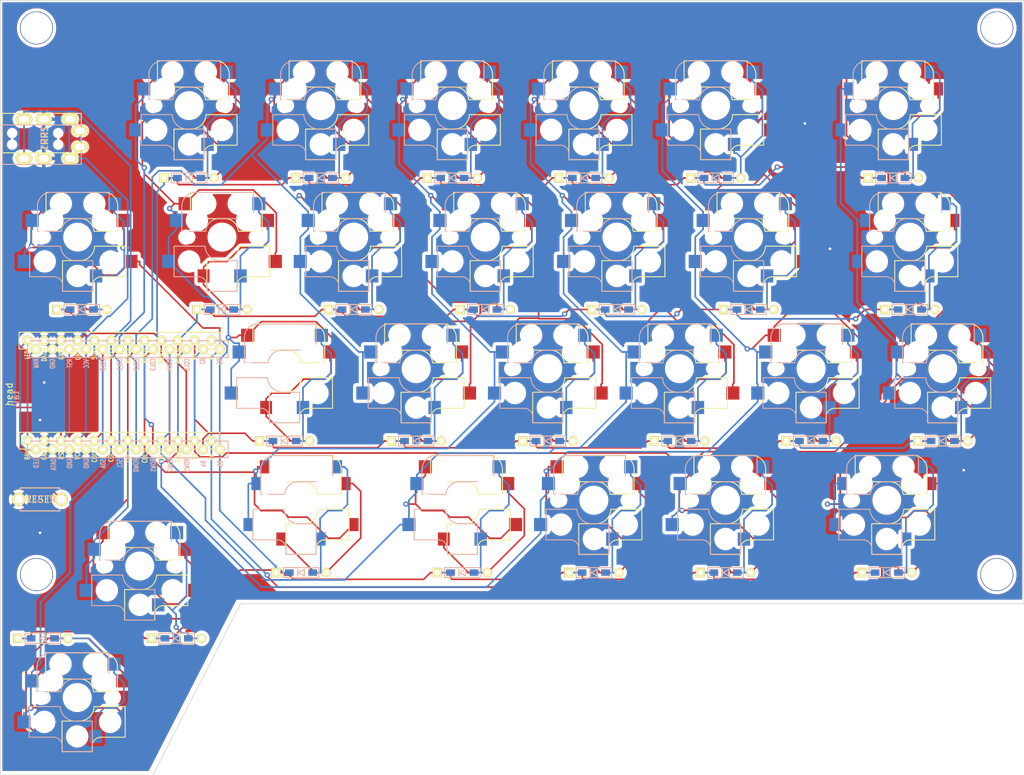
<source format=kicad_pcb>
(kicad_pcb (version 20221018) (generator pcbnew)
  (layers (0 "F.Cu" signal) (31 "B.Cu" signal) (34 "B.Paste" user) (35 "F.Paste" user) (36 "B.SilkS" user "B.Silkscreen") (37 "F.SilkS" user "F.Silkscreen") (38 "B.Mask" user) (39 "F.Mask" user) (44 "Edge.Cuts" user))
  (net 0 "")
  (net 1 "row1")
  (net 2 "Net-(D1-A)")
  (net 3 "Net-(D2-A)")
  (net 4 "Net-(D3-A)")
  (net 5 "Net-(D4-A)")
  (net 6 "Net-(D5-A)")
  (net 7 "Net-(D6-A)")
  (net 8 "Net-(D7-A)")
  (net 9 "row2")
  (net 10 "Net-(D8-A)")
  (net 11 "Net-(D9-A)")
  (net 12 "Net-(D10-A)")
  (net 13 "Net-(D11-A)")
  (net 14 "Net-(D12-A)")
  (net 15 "Net-(D13-A)")
  (net 16 "row3")
  (net 17 "Net-(D14-A)")
  (net 18 "Net-(D15-A)")
  (net 19 "Net-(D16-A)")
  (net 20 "Net-(D17-A)")
  (net 21 "Net-(D18-A)")
  (net 22 "Net-(D19-A)")
  (net 23 "row4")
  (net 24 "Net-(D20-A)")
  (net 25 "Net-(D21-A)")
  (net 26 "Net-(D22-A)")
  (net 27 "Net-(D23-A)")
  (net 28 "Net-(D24-A)")
  (net 29 "Net-(D25-A)")
  (net 30 "Net-(D26-A)")
  (net 31 "VCC")
  (net 32 "unconnected-(J1-PadA)")
  (net 33 "data")
  (net 34 "GND")
  (net 35 "reset")
  (net 36 "col1")
  (net 37 "col2")
  (net 38 "col3")
  (net 39 "col4")
  (net 40 "col5")
  (net 41 "col6")
  (net 42 "col7")
  (net 43 "unconnected-(U1-RAW-Pad24)")
  (net 44 "unconnected-(U1-A3{slash}F4-Pad20)")
  (net 45 "unconnected-(U1-C6{slash}5-Pad8)")
  (net 46 "unconnected-(U1-D4{slash}4-Pad7)")
  (net 47 "unconnected-(U1-SDA{slash}D1{slash}2-Pad5)")
  (net 48 "unconnected-(U1-D3{slash}TX0-Pad1)")
  (footprint "kbd:D3_TH_SMD" (layer "F.Cu") (at 178.18 114)
    (fp_text reference "D26" hide)
    (fp_text value "D" hide)
  )
  (footprint "kbd:D3_TH_SMD" (layer "F.Cu") (at 126.68 94)
    (fp_text reference "D16" hide)
    (fp_text value "D" hide)
  )
  (footprint "kbd:HOLE" (layer "F.Cu") (at 49 114.3)
    (fp_text reference "Ref03")
    (fp_text value "Val03")
  )
  (footprint "kbd:D3_TH_SMD" (layer "F.Cu") (at 70.28 124)
    (fp_text reference "D21" hide)
    (fp_text value "D" hide)
  )
  (footprint "kbd:CherryMX_Choc_Hotswap" (layer "F.Cu") (at 132.18 43)
    (fp_text reference "RIGHT_SW4" hide)
    (fp_text value "SW_PUSH" hide)
  )
  (footprint "kbd:CherryMX_Choc_Hotswap" (layer "F.Cu") (at 77.18 63)
    (fp_text reference "RIGHT_SW8" hide)
    (fp_text value "SW_PUSH" hide)
  )
  (footprint "kbd:CherryMX_Choc_Hotswap" (layer "F.Cu") (at 97.18 63)
    (fp_text reference "RIGHT_SW9" hide)
    (fp_text value "SW_PUSH" hide)
  )
  (footprint "kbd:CherryMX_Choc_Hotswap" (layer "F.Cu") (at 186.68 83)
    (fp_text reference "RIGHT_SW19" hide)
    (fp_text value "SW_PUSH" hide)
  )
  (footprint "kbd:CherryMX_Choc_Hotswap" (layer "F.Cu") (at 106.68 83)
    (fp_text reference "RIGHT_SW15" hide)
    (fp_text value "SW_PUSH" hide)
  )
  (footprint "kbd:CherryMX_Choc_Hotswap" (layer "F.Cu") (at 92.18 43)
    (fp_text reference "RIGHT_SW2" hide)
    (fp_text value "SW_PUSH" hide)
  )
  (footprint "kbd:D3_TH_SMD" (layer "F.Cu") (at 152.18 54)
    (fp_text reference "D5" hide)
    (fp_text value "D" hide)
  )
  (footprint "kbd:D3_TH_SMD" (layer "F.Cu") (at 117.18 74)
    (fp_text reference "D10" hide)
    (fp_text value "D" hide)
  )
  (footprint "kbd:D3_TH_SMD" (layer "F.Cu") (at 77.18 74)
    (fp_text reference "D8" hide)
    (fp_text value "D" hide)
  )
  (footprint "kbd:CherryMX_Choc_Hotswap" (layer "F.Cu") (at 64.68 113)
    (fp_text reference "RIGHT_SW21" hide)
    (fp_text value "SW_PUSH" hide)
  )
  (footprint "kbd:HOLE" (layer "F.Cu") (at 194.9 31.2)
    (fp_text reference "Ref02")
    (fp_text value "Val02")
  )
  (footprint "kbd:CherryMX_Choc_Hotswap" (layer "F.Cu") (at 137.18 63)
    (fp_text reference "RIGHT_SW11" hide)
    (fp_text value "SW_PUSH" hide)
  )
  (footprint "kbd:D3_TH_SMD" (layer "F.Cu") (at 153.68 114)
    (fp_text reference "D25" hide)
    (fp_text value "D" hide)
  )
  (footprint "kbd:CherryMX_Choc_Hotswap" (layer "F.Cu") (at 166.68 83)
    (fp_text reference "RIGHT_SW18" hide)
    (fp_text value "SW_PUSH" hide)
  )
  (footprint "kbd:D3_TH_SMD" (layer "F.Cu") (at 132.18 54)
    (fp_text reference "D4" hide)
    (fp_text value "D" hide)
  )
  (footprint "kbd:D3_TH_SMD" (layer "F.Cu") (at 137.18 74)
    (fp_text reference "D11" hide)
    (fp_text value "D" hide)
  )
  (footprint "kbd:CherryMX_Choc_Hotswap_1.5u" (layer "F.Cu") (at 178.18 103 -90)
    (fp_text reference "RIGHT_SW26" hide)
    (fp_text value "SW_PUSH" hide)
  )
  (footprint "kbd:CherryMX_Choc_Hotswap" (layer "F.Cu") (at 117.18 63)
    (fp_text reference "RIGHT_SW10" hide)
    (fp_text value "SW_PUSH" hide)
  )
  (footprint "kbd:CherryMX_Choc_Hotswap" (layer "F.Cu") (at 72.18 43)
    (fp_text reference "RIGHT_SW1" hide)
    (fp_text value "SW_PUSH" hide)
  )
  (footprint "kbd:D3_TH_SMD" (layer "F.Cu") (at 49.96 124)
    (fp_text reference "D20" hide)
    (fp_text value "D" hide)
  )
  (footprint "kbd:CherryMX_Choc_Hotswap" (layer "F.Cu") (at 113.68 103)
    (fp_text reference "RIGHT_SW23" hide)
    (fp_text value "SW_PUSH" hide)
  )
  (footprint "kbd:D3_TH_SMD" (layer "F.Cu") (at 133.68 114)
    (fp_text reference "D24" hide)
    (fp_text value "D" hide)
  )
  (footprint "kbd:D3_TH_SMD" (layer "F.Cu") (at 186.68 94)
    (fp_text reference "D19" hide)
    (fp_text value "D" hide)
  )
  (footprint "kbd:D3_TH_SMD" (layer "F.Cu") (at 89.18 114)
    (fp_text reference "D22" hide)
    (fp_text value "D" hide)
  )
  (footprint "kbd:CherryMX_Choc_Hotswap_1.5u" (layer "F.Cu") (at 181.68 63 -90)
    (fp_text reference "RIGHT_SW13" hide)
    (fp_text value "SW_PUSH" hide)
  )
  (footprint "kbd:D3_TH_SMD" (layer "F.Cu") (at 157.18 74)
    (fp_text reference "D12" hide)
    (fp_text value "D" hide)
  )
  (footprint "kbd:D3_TH_SMD" (layer "F.Cu") (at 92.18 54)
    (fp_text reference "D2" hide)
    (fp_text value "D" hide)
  )
  (footprint "kbd:CherryMX_Choc_Hotswap" (layer "F.Cu") (at 86.68 83)
    (fp_text reference "RIGHT_SW14" hide)
    (fp_text value "SW_PUSH" hide)
  )
  (footprint "kbd:D3_TH_SMD" (layer "F.Cu") (at 113.68 114)
    (fp_text reference "D23" hide)
    (fp_text value "D" hide)
  )
  (footprint "kbd:D3_TH_SMD" (layer "F.Cu") (at 181.68 74)
    (fp_text reference "D13" hide)
    (fp_text value "D" hide)
  )
  (footprint "kbd:ResetSW" (layer "F.Cu") (at 49.53 102.87)
    (fp_text reference "RIGHT_RESET_SW1" hide)
    (fp_text value "SW_PUSH")
  )
  (footprint "kbd:D3_TH_SMD" (layer "F.Cu") (at 72.18 54)
    (fp_text reference "D1" hide)
    (fp_text value "D" hide)
  )
  (footprint "kbd:D3_TH_SMD" (layer "F.Cu") (at 97.18 74)
    (fp_text reference "D9" hide)
    (fp_text value "D" hide)
  )
  (footprint "kbd:CherryMX_Choc_Hotswap" (layer "F.Cu") (at 153.68 103)
    (fp_text reference "RIGHT_SW25" hide)
    (fp_text value "SW_PUSH" hide)
  )
  (footprint "kbd:D3_TH_SMD" (layer "F.Cu") (at 179.18 54)
    (fp_text reference "D6" hide)
    (fp_text value "D" hide)
  )
  (footprint "kbd:CherryMX_Choc_Hotswap" (layer "F.Cu") (at 112.18 43)
    (fp_text reference "RIGHT_SW3" hide)
    (fp_text value "SW_PUSH" hide)
  )
  (footprint "kbd:HOLE" (layer "F.Cu") (at 49 31.2)
    (fp_text reference "Ref01")
    (fp_text value "Val01")
  )
  (footprint "kbd:D3_TH_SMD" (layer "F.Cu") (at 146.68 94)
    (fp_text reference "D17" hide)
    (fp_text value "D" hide)
  )
  (footprint "kbd:CherryMX_Choc_Hotswap" (layer "F.Cu") (at 146.68 83)
    (fp_text reference "RIGHT_SW17" hide)
    (fp_text value "SW_PUSH" hide)
  )
  (footprint "kbd:CherryMX_Choc_Hotswap" (layer "F.Cu") (at 126.68 83)
    (fp_text reference "RIGHT_SW16" hide)
    (fp_text value "SW_PUSH" hide)
  )
  (footprint "kbd:CherryMX_Choc_Hotswap" (layer "F.Cu") (at 55.245 63)
    (fp_text reference "RIGHT_SW7" hide)
    (fp_text value "SW_PUSH" hide)
  )
  (footprint "kbd:D3_TH_SMD" (layer "F.Cu") (at 55.88 74)
    (fp_text reference "D7" hide)
    (fp_text value "D" hide)
  )
  (footprint "kbd:CherryMX_Choc_Hotswap" (layer "F.Cu") (at 55.18 133)
    (fp_text reference "RIGHT_SW20" hide)
    (fp_text value "SW_PUSH" hide)
  )
  (footprint "kbd:D3_TH_SMD" (layer "F.Cu") (at 106.68 94)
    (fp_text reference "D15" hide)
    (fp_text value "D" hide)
  )
  (footprint "kbd:CherryMX_Choc_Hotswap" (layer "F.Cu") (at 152.18 43)
    (fp_text reference "RIGHT_SW5" hide)
    (fp_text value "SW_PUSH" hide)
  )
  (footprint "kbd:D3_TH_SMD" (layer "F.Cu") (at 86.68 94)
    (fp_text reference "D14" hide)
    (fp_text value "D" hide)
  )
  (footprint "kbd:MJ-4PP-9" (layer "F.Cu") (at 43.8 47.185 90)
    (fp_text reference "J1")
    (fp_text value "MJ-4PP-9" hide)
  )
  (footprint "kbd:D3_TH_SMD" (layer "F.Cu") (at 166.68 94)
    (fp_text reference "D18" hide)
    (fp_text value "D" hide)
  )
  (footprint "kbd:ProMicro_v2" (layer "F.Cu") (at 62.103 86.3825 90)
    (fp_text reference "U1" hide)
    (fp_text value "ProMicro_r" hide)
  )
  (footprint "kbd:HOLE" (layer "F.Cu") (at 194.9 114.3)
    (fp_text reference "Ref04")
    (fp_text value "Val04")
  )
  (footprint "kbd:CherryMX_Choc_Hotswap" (layer "F.Cu") (at 157.18 63)
    (fp_text reference "RIGHT_SW12" hide)
    (fp_text value "SW_PUSH" hide)
  )
  (footprint "kbd:CherryMX_Choc_Hotswap" (layer "F.Cu") (at 133.68 103)
    (fp_text reference "RIGHT_SW24" hide)
    (fp_text value "SW_PUSH" hide)
  )
  (footprint "kbd:D3_TH_SMD" (layer "F.Cu") (at 112.18 54)
    (fp_text reference "D3" hide)
    (fp_text value "D" hide)
  )
  (footprint "kbd:CherryMX_Choc_Hotswap_1.5u" (layer "F.Cu") (at 89.18 103 -90)
    (fp_text reference "RIGHT_SW22" hide)
    (fp_text value "SW_PUSH" hide)
  )
  (footprint "kbd:CherryMX_Choc_Hotswap_1.5u" (layer "F.Cu") (at 179.18 43 -90)
    (fp_text reference "RIGHT_SW6" hide)
    (fp_text value "SW_PUSH" hide)
  )
  (gr_line (start 43.5 27) (end 199 27) (stroke (width 0.1)) (layer "Edge.Cuts"))
  (gr_line (start 80.01 118.745) (end 66.675 144.78) (stroke (width 0.1)) (layer "Edge.Cuts"))
  (gr_line (start 199 118.745) (end 80.01 118.745) (stroke (width 0.1)) (layer "Edge.Cuts"))
  (gr_line (start 43.5 144.78) (end 43.5 27) (stroke (width 0.1)) (layer "Edge.Cuts"))
  (gr_line (start 66.675 144.78) (end 43.5 144.78) (stroke (width 0.1)) (layer "Edge.Cuts"))
  (gr_line (start 199 27) (end 199 118.745) (stroke (width 0.1)) (layer "Edge.Cuts"))
  (segment (start 147.8573 54) (end 148.37 54) (width 0.25) (layer "F.Cu") (net 1))
  (segment (start 126.3192 55.0254) (end 127.3446 54) (width 0.25) (layer "F.Cu") (net 1))
  (segment (start 172.679 52.3344) (end 174.3446 54) (width 0.25) (layer "F.Cu") (net 1))
  (segment (start 88.37 54) (end 87.3446 54) (width 0.25) (layer "F.Cu") (net 1))
  (segment (start 66.8513 77.6324) (end 67.945 78.7261) (width 0.25) (layer "F.Cu") (net 1))
  (segment (start 52.07 74) (end 53.0954 74) (width 0.25) (layer "F.Cu") (net 1))
  (segment (start 70.405 54.8019) (end 70.6285 55.0254) (width 0.25) (layer "F.Cu") (net 1))
  (segment (start 57.3365 77.6324) (end 66.8513 77.6324) (width 0.25) (layer "F.Cu") (net 1))
  (segment (start 90.405 54.8019) (end 90.6285 55.0254) (width 0.25) (layer "F.Cu") (net 1))
  (segment (start 54.105 74.4009) (end 57.3365 77.6324) (width 0.25) (layer "F.Cu") (net 1))
  (segment (start 53.4963 74.4009) (end 53.0954 74) (width 0.25) (layer "F.Cu") (net 1))
  (segment (start 67.945 81.1199) (end 69.215 82.3899) (width 0.25) (layer "F.Cu") (net 1))
  (segment (start 90.6285 55.0254) (end 106.3192 55.0254) (width 0.25) (layer "F.Cu") (net 1))
  (segment (start 88.37 54) (end 90.405 54) (width 0.25) (layer "F.Cu") (net 1))
  (segment (start 110.405 54.8019) (end 110.6285 55.0254) (width 0.25) (layer "F.Cu") (net 1))
  (segment (start 68.37 54) (end 70.405 54) (width 0.25) (layer "F.Cu") (net 1))
  (segment (start 110.405 54) (end 110.405 54.8019) (width 0.25) (layer "F.Cu") (net 1))
  (segment (start 108.37 54) (end 110.405 54) (width 0.25) (layer "F.Cu") (net 1))
  (segment (start 127.8573 54) (end 127.3446 54) (width 0.25) (layer "F.Cu") (net 1))
  (segment (start 147.8573 54) (end 147.3446 54) (width 0.25) (layer "F.Cu") (net 1))
  (segment (start 130.405 54.8019) (end 130.6285 55.0254) (width 0.25) (layer "F.Cu") (net 1))
  (segment (start 106.3192 55.0254) (end 107.3446 54) (width 0.25) (layer "F.Cu") (net 1))
  (segment (start 70.6285 55.0254) (end 86.3192 55.0254) (width 0.25) (layer "F.Cu") (net 1))
  (segment (start 161.5481 52.3344) (end 172.679 52.3344) (width 0.25) (layer "F.Cu") (net 1))
  (segment (start 107.8573 54) (end 107.3446 54) (width 0.25) (layer "F.Cu") (net 1))
  (segment (start 107.8573 54) (end 108.37 54) (width 0.25) (layer "F.Cu") (net 1))
  (segment (start 128.37 54) (end 130.405 54) (width 0.25) (layer "F.Cu") (net 1))
  (segment (start 70.405 54) (end 70.405 54.8019) (width 0.25) (layer "F.Cu") (net 1))
  (segment (start 148.37 54) (end 150.405 54) (width 0.25) (layer "F.Cu") (net 1))
  (segment (start 130.405 54) (end 130.405 54.8019) (width 0.25) (layer "F.Cu") (net 1))
  (segment (start 127.8573 54) (end 128.37 54) (width 0.25) (layer "F.Cu") (net 1))
  (segment (start 69.215 82.3899) (end 69.215 95.2725) (width 0.25) (layer "F.Cu") (net 1))
  (segment (start 54.105 74) (end 54.105 74.4009) (width 0.25) (layer "F.Cu") (net 1))
  (segment (start 54.105 74.4009) (end 53.4963 74.4009) (width 0.25) (layer "F.Cu") (net 1))
  (segment (start 110.6285 55.0254) (end 126.3192 55.0254) (width 0.25) (layer "F.Cu") (net 1))
  (segment (start 90.405 54) (end 90.405 54.8019) (width 0.25) (layer "F.Cu") (net 1))
  (segment (start 130.6285 55.0254) (end 146.3192 55.0254) (width 0.25) (layer "F.Cu") (net 1))
  (segment (start 175.37 54) (end 174.3446 54) (width 0.25) (layer "F.Cu") (net 1))
  (segment (start 146.3192 55.0254) (end 147.3446 54) (width 0.25) (layer "F.Cu") (net 1))
  (segment (start 86.3192 55.0254) (end 87.3446 54) (width 0.25) (layer "F.Cu") (net 1))
  (segment (start 67.945 78.7261) (end 67.945 81.1199) (width 0.25) (layer "F.Cu") (net 1))
  (segment (start 175.37 54) (end 177.405 54) (width 0.25) (layer "F.Cu") (net 1))
  (via (at 161.5481 52.3344) (size 0.8) (drill 0.4) (layers "F.Cu" "B.Cu") (net 1))
  (segment (start 68.37 55.0254) (end 68.37 54.5127) (width 0.25) (layer "B.Cu") (net 1))
  (segment (start 148.37 54) (end 150.405 54) (width 0.25) (layer "B.Cu") (net 1))
  (segment (start 90.405 54) (end 88.37 54) (width 0.25) (layer "B.Cu") (net 1))
  (segment (start 150.6526 55.0495) (end 158.833 55.0495) (width 0.25) (layer "B.Cu") (net 1))
  (segment (start 150.405 54.8019) (end 150.6526 55.0495) (width 0.25) (layer "B.Cu") (net 1))
  (segment (start 54.105 74) (end 52.07 74) (width 0.25) (layer "B.Cu") (net 1))
  (segment (start 68.37 54) (end 68.37 54.5127) (width 0.25) (layer "B.Cu") (net 1))
  (segment (start 67.31 56.0854) (end 68.37 55.0254) (width 0.25) (layer "B.Cu") (net 1))
  (segment (start 68.37 54.5127) (end 68.9154 54.5127) (width 0.25) (layer "B.Cu") (net 1))
  (segment (start 158.833 55.0495) (end 161.5481 52.3344) (width 0.25) (layer "B.Cu") (net 1))
  (segment (start 177.405 54) (end 175.37 54) (width 0.25) (layer "B.Cu") (net 1))
  (segment (start 150.405 54) (end 150.405 54.8019) (width 0.25) (layer "B.Cu") (net 1))
  (segment (start 70.405 54) (end 69.4281 54) (width 0.25) (layer "B.Cu") (net 1))
  (segment (start 130.405 54) (end 128.37 54) (width 0.25) (layer "B.Cu") (net 1))
  (segment (start 67.31 78.0911) (end 67.31 56.0854) (width 0.25) (layer "B.Cu") (net 1))
  (segment (start 68.9154 54.5127) (end 69.4281 54) (width 0.25) (layer "B.Cu") (net 1))
  (segment (start 67.945 78.7261) (end 67.31 78.0911) (width 0.25) (layer "B.Cu") (net 1))
  (segment (start 110.405 54) (end 108.37 54) (width 0.25) (layer "B.Cu") (net 1))
  (segment (start 79.08 41.7869) (end 81.6069 44.3138) (width 0.25) (layer "F.Cu") (net 2))
  (segment (start 73.955 54) (end 72.9781 54) (width 0.25) (layer "F.Cu") (net 2))
  (segment (start 81.6069 48.3831) (end 75.99 54) (width 0.25) (layer "F.Cu") (net 2))
  (segment (start 69.38 48.9) (end 69.38 50.2269) (width 0.25) (layer "F.Cu") (net 2))
  (segment (start 75.99 54) (end 73.955 54) (width 0.25) (layer "F.Cu") (net 2))
  (segment (start 81.6069 44.3138) (end 81.6069 48.3831) (width 0.25) (layer "F.Cu") (net 2))
  (segment (start 72.9781 53.825) (end 69.38 50.2269) (width 0.25) (layer "F.Cu") (net 2))
  (segment (start 79.08 40.46) (end 79.08 41.7869) (width 0.25) (layer "F.Cu") (net 2))
  (segment (start 72.9781 54) (end 72.9781 53.825) (width 0.25) (layer "F.Cu") (net 2))
  (segment (start 78.3464 44.5751) (end 79.2533 43.6682) (width 0.25) (layer "B.Cu") (net 2))
  (segment (start 75.99 54) (end 74.98 54) (width 0.25) (layer "B.Cu") (net 2))
  (segment (start 77.78 37.92) (end 77.78 39.2469) (width 0.25) (layer "B.Cu") (net 2))
  (segment (start 79.2533 40.7202) (end 77.78 39.2469) (width 0.25) (layer "B.Cu") (net 2))
  (segment (start 74.98 48.9) (end 74.98 50.2269) (width 0.25) (layer "B.Cu") (net 2))
  (segment (start 76.2875 44.5751) (end 78.3464 44.5751) (width 0.25) (layer "B.Cu") (net 2))
  (segment (start 74.98 54) (end 74.98 50.2269) (width 0.25) (layer "B.Cu") (net 2))
  (segment (start 74.98 48.9) (end 74.98 45.8826) (width 0.25) (layer "B.Cu") (net 2))
  (segment (start 74.98 45.8826) (end 76.2875 44.5751) (width 0.25) (layer "B.Cu") (net 2))
  (segment (start 79.2533 43.6682) (end 79.2533 40.7202) (width 0.25) (layer "B.Cu") (net 2))
  (segment (start 74.98 54) (end 73.955 54) (width 0.25) (layer "B.Cu") (net 2))
  (segment (start 89.38 48.9) (end 89.38 50.2269) (width 0.25) (layer "F.Cu") (net 3))
  (segment (start 93.955 54) (end 92.9781 54) (width 0.25) (layer "F.Cu") (net 3))
  (segment (start 101.6069 48.3831) (end 95.99 54) (width 0.25) (layer "F.Cu") (net 3))
  (segment (start 99.08 40.46) (end 99.08 41.7869) (width 0.25) (layer "F.Cu") (net 3))
  (segment (start 99.08 41.7869) (end 101.6069 44.3138) (width 0.25) (layer "F.Cu") (net 3))
  (segment (start 101.6069 44.3138) (end 101.6069 48.3831) (width 0.25) (layer "F.Cu") (net 3))
  (segment (start 92.9781 54) (end 92.9781 53.825) (width 0.25) (layer "F.Cu") (net 3))
  (segment (start 95.99 54) (end 93.955 54) (width 0.25) (layer "F.Cu") (net 3))
  (segment (start 92.9781 53.825) (end 89.38 50.2269) (width 0.25) (layer "F.Cu") (net 3))
  (segment (start 94.98 45.8826) (end 96.2875 44.5751) (width 0.25) (layer "B.Cu") (net 3))
  (segment (start 99.2533 40.7202) (end 97.78 39.2469) (width 0.25) (layer "B.Cu") (net 3))
  (segment (start 94.98 54) (end 94.98 50.2269) (width 0.25) (layer "B.Cu") (net 3))
  (segment (start 94.98 54) (end 93.955 54) (width 0.25) (layer "B.Cu") (net 3))
  (segment (start 94.98 48.9) (end 94.98 50.2269) (width 0.25) (layer "B.Cu") (net 3))
  (segment (start 97.78 37.92) (end 97.78 39.2469) (width 0.25) (layer "B.Cu") (net 3))
  (segment (start 95.99 54) (end 94.98 54) (width 0.25) (layer "B.Cu") (net 3))
  (segment (start 94.98 48.9) (end 94.98 45.8826) (width 0.25) (layer "B.Cu") (net 3))
  (segment (start 99.2533 43.6682) (end 99.2533 40.7202) (width 0.25) (layer "B.Cu") (net 3))
  (segment (start 96.2875 44.5751) (end 98.3464 44.5751) (width 0.25) (layer "B.Cu") (net 3))
  (segment (start 98.3464 44.5751) (end 99.2533 43.6682) (width 0.25) (layer "B.Cu") (net 3))
  (segment (start 113.955 54) (end 112.9781 54) (width 0.25) (layer "F.Cu") (net 4))
  (segment (start 119.08 41.7869) (end 121.6069 44.3138) (width 0.25) (layer "F.Cu") (net 4))
  (segment (start 121.6069 48.3831) (end 115.99 54) (width 0.25) (layer "F.Cu") (net 4))
  (segment (start 109.38 48.9) (end 109.38 50.2269) (width 0.25) (layer "F.Cu") (net 4))
  (segment (start 115.99 54) (end 113.955 54) (width 0.25) (layer "F.Cu") (net 4))
  (segment (start 112.9781 53.825) (end 109.38 50.2269) (width 0.25) (layer "F.Cu") (net 4))
  (segment (start 112.9781 54) (end 112.9781 53.825) (width 0.25) (layer "F.Cu") (net 4))
  (segment (start 119.08 40.46) (end 119.08 41.7869) (width 0.25) (layer "F.Cu") (net 4))
  (segment (start 121.6069 44.3138) (end 121.6069 48.3831) (width 0.25) (layer "F.Cu") (net 4))
  (segment (start 114.98 45.8826) (end 116.2875 44.5751) (width 0.25) (layer "B.Cu") (net 4))
  (segment (start 115.99 54) (end 114.98 54) (width 0.25) (layer "B.Cu") (net 4))
  (segment (start 117.78 37.92) (end 117.78 39.2469) (width 0.25) (layer "B.Cu") (net 4))
  (segment (start 114.98 48.9) (end 114.98 45.8826) (width 0.25) (layer "B.Cu") (net 4))
  (segment (start 114.98 48.9) (end 114.98 50.2269) (width 0.25) (layer "B.Cu") (net 4))
  (segment (start 119.2533 43.6682) (end 119.2533 40.7202) (width 0.25) (layer "B.Cu") (net 4))
  (segment (start 116.2875 44.5751) (end 118.3464 44.5751) (width 0.25) (layer "B.Cu") (net 4))
  (segment (start 114.98 54) (end 114.98 50.2269) (width 0.25) (layer "B.Cu") (net 4))
  (segment (start 114.98 54) (end 113.955 54) (width 0.25) (layer "B.Cu") (net 4))
  (segment (start 119.2533 40.7202) (end 117.78 39.2469) (width 0.25) (layer "B.Cu") (net 4))
  (segment (start 118.3464 44.5751) (end 119.2533 43.6682) (width 0.25) (layer "B.Cu") (net 4))
  (segment (start 133.955 54) (end 132.9781 54) (width 0.25) (layer "F.Cu") (net 5))
  (segment (start 139.08 41.7869) (end 141.6069 44.3138) (width 0.25) (layer "F.Cu") (net 5))
  (segment (start 129.38 48.9) (end 129.38 50.2269) (width 0.25) (layer "F.Cu") (net 5))
  (segment (start 135.99 54) (end 133.955 54) (width 0.25) (layer "F.Cu") (net 5))
  (segment (start 139.08 40.46) (end 139.08 41.7869) (width 0.25) (layer "F.Cu") (net 5))
  (segment (start 141.6069 48.3831) (end 135.99 54) (width 0.25) (layer "F.Cu") (net 5))
  (segment (start 132.9781 54) (end 132.9781 53.825) (width 0.25) (layer "F.Cu") (net 5))
  (segment (start 141.6069 44.3138) (end 141.6069 48.3831) (width 0.25) (layer "F.Cu") (net 5))
  (segment (start 132.9781 53.825) (end 129.38 50.2269) (width 0.25) (layer "F.Cu") (net 5))
  (segment (start 138.3464 44.5751) (end 139.2533 43.6682) (width 0.25) (layer "B.Cu") (net 5))
  (segment (start 135.99 54) (end 134.98 54) (width 0.25) (layer "B.Cu") (net 5))
  (segment (start 134.98 48.9) (end 134.98 45.8826) (width 0.25) (layer "B.Cu") (net 5))
  (segment (start 139.2533 43.6682) (end 139.2533 40.7202) (width 0.25) (layer "B.Cu") (net 5))
  (segment (start 134.98 54) (end 133.955 54) (width 0.25) (layer "B.Cu") (net 5))
  (segment (start 134.98 48.9) (end 134.98 50.2269) (width 0.25) (layer "B.Cu") (net 5))
  (segment (start 137.78 37.92) (end 137.78 39.2469) (width 0.25) (layer "B.Cu") (net 5))
  (segment (start 136.2875 44.5751) (end 138.3464 44.5751) (width 0.25) (layer "B.Cu") (net 5))
  (segment (start 139.2533 40.7202) (end 137.78 39.2469) (width 0.25) (layer "B.Cu") (net 5))
  (segment (start 134.98 45.8826) (end 136.2875 44.5751) (width 0.25) (layer "B.Cu") (net 5))
  (segment (start 134.98 54) (end 134.98 50.2269) (width 0.25) (layer "B.Cu") (net 5))
  (segment (start 159.08 40.46) (end 159.08 41.7869) (width 0.25) (layer "F.Cu") (net 6))
  (segment (start 153.955 54) (end 152.9781 54) (width 0.25) (layer "F.Cu") (net 6))
  (segment (start 149.38 48.9) (end 149.38 50.2269) (width 0.25) (layer "F.Cu") (net 6))
  (segment (start 159.2702 43.6516) (end 159.2702 41.9771) (width 0.25) (layer "F.Cu") (net 6))
  (segment (start 155.064 44.5943) (end 158.3275 44.5943) (width 0.25) (layer "F.Cu") (net 6))
  (segment (start 152.9537 46.7046) (end 155.064 44.5943) (width 0.25) (layer "F.Cu") (net 6))
  (segment (start 152.9781 53.825) (end 149.38 50.2269) (width 0.25) (layer "F.Cu") (net 6))
  (segment (start 150.2485 46.7046) (end 152.9537 46.7046) (width 0.25) (layer "F.Cu") (net 6))
  (segment (start 149.38 48.9) (end 149.38 47.5731) (width 0.25) (layer "F.Cu") (net 6))
  (segment (start 149.38 47.5731) (end 150.2485 46.7046) (width 0.25) (layer "F.Cu") (net 6))
  (segment (start 152.9781 54) (end 152.9781 53.825) (width 0.25) (layer "F.Cu") (net 6))
  (segment (start 159.2702 41.9771) (end 159.08 41.7869) (width 0.25) (layer "F.Cu") (net 6))
  (segment (start 158.3275 44.5943) (end 159.2702 43.6516) (width 0.25) (layer "F.Cu") (net 6))
  (segment (start 155.99 54) (end 153.955 54) (width 0.25) (layer "F.Cu") (net 6))
  (segment (start 159.2865 40.7534) (end 157.78 39.2469) (width 0.25) (layer "B.Cu") (net 6))
  (segment (start 157.78 37.92) (end 157.78 39.2469) (width 0.25) (layer "B.Cu") (net 6))
  (segment (start 155.3608 50.2269) (end 154.98 50.2269) (width 0.25) (layer "B.Cu") (net 6))
  (segment (start 159.2865 47.5596) (end 159.2865 40.7534) (width 0.25) (layer "B.Cu") (net 6))
  (segment (start 154.98 48.9) (end 154.98 50.2269) (width 0.25) (layer "B.Cu") (net 6))
  (segment (start 155.99 50.8561) (end 159.2865 47.5596) (width 0.25) (layer "B.Cu") (net 6))
  (segment (start 155.99 54) (end 153.955 54) (width 0.25) (layer "B.Cu") (net 6))
  (segment (start 155.99 50.8561) (end 155.3608 50.2269) (width 0.25) (layer "B.Cu") (net 6))
  (segment (start 155.99 54) (end 155.99 50.8561) (width 0.25) (layer "B.Cu") (net 6))
  (segment (start 180.4781 53.1981) (end 176.2552 48.9752) (width 0.25) (layer "F.Cu") (net 7))
  (segment (start 182.0665 44.5918) (end 185.2524 44.5918) (width 0.25) (layer "F.Cu") (net 7))
  (segment (start 176.2552 48.9752) (end 176.2552 48.9) (width 0.25) (layer "F.Cu") (net 7))
  (segment (start 185.98 40.46) (end 185.98 41.7869) (width 0.25) (layer "F.Cu") (net 7))
  (segment (start 186.2168 42.0237) (end 185.98 41.7869) (width 0.25) (layer "F.Cu") (net 7))
  (segment (start 176.2552 48.9) (end 176.18 48.9) (width 0.25) (layer "F.Cu") (net 7))
  (segment (start 185.2524 44.5918) (end 186.2168 43.6274) (width 0.25) (layer "F.Cu") (net 7))
  (segment (start 180.955 53.1981) (end 180.4781 53.1981) (width 0.25) (layer "F.Cu") (net 7))
  (segment (start 180.955 54) (end 182.99 54) (width 0.25) (layer "F.Cu") (net 7))
  (segment (start 178.4144 46.7046) (end 179.9537 46.7046) (width 0.25) (layer "F.Cu") (net 7))
  (segment (start 176.2552 48.9) (end 176.2552 48.8638) (width 0.25) (layer "F.Cu") (net 7))
  (segment (start 179.9537 46.7046) (end 182.0665 44.5918) (width 0.25) (layer "F.Cu") (net 7))
  (segment (start 176.2552 48.8638) (end 178.4144 46.7046) (width 0.25) (layer "F.Cu") (net 7))
  (segment (start 186.2168 43.6274) (end 186.2168 42.0237) (width 0.25) (layer "F.Cu") (net 7))
  (segment (start 180.955 54) (end 180.955 53.1981) (width 0.25) (layer "F.Cu") (net 7))
  (segment (start 182.0833 45.7793) (end 183.2875 44.5751) (width 0.25) (layer "B.Cu") (net 7))
  (segment (start 182.18 54) (end 182.18 48.9) (width 0.25) (layer "B.Cu") (net 7))
  (segment (start 182.99 54) (end 182.18 54) (width 0.25) (layer "B.Cu") (net 7))
  (segment (start 182.18 54) (end 180.955 54) (width 0.25) (layer "B.Cu") (net 7))
  (segment (start 186.2273 38.3904) (end 185.7569 37.92) (width 0.25) (layer "B.Cu") (net 7))
  (segment (start 186.2273 43.6892) (end 186.2273 38.3904) (width 0.25) (layer "B.Cu") (net 7))
  (segment (start 183.2875 44.5751) (end 185.3414 44.5751) (width 0.25) (layer "B.Cu") (net 7))
  (segment (start 182.0833 48.8033) (end 182.0833 45.7793) (width 0.25) (layer "B.Cu") (net 7))
  (segment (start 185.3414 44.5751) (end 186.2273 43.6892) (width 0.25) (layer "B.Cu") (net 7))
  (segment (start 184.68 37.92) (end 185.7569 37.92) (width 0.25) (layer "B.Cu") (net 7))
  (segment (start 182.18 48.9) (end 182.0833 48.8033) (width 0.25) (layer "B.Cu") (net 7))
  (segment (start 56.6781 74) (end 52.905 70.2269) (width 0.25) (layer "F.Cu") (net 8))
  (segment (start 52.445 68.9) (end 52.445 70.2269) (width 0.25) (layer "F.Cu") (net 8))
  (segment (start 52.905 70.2269) (end 52.445 70.2269) (width 0.25) (layer "F.Cu") (net 8))
  (segment (start 57.655 74) (end 56.6781 74) (width 0.25) (layer "F.Cu") (net 8))
  (segment (start 62.3352 64.4099) (end 62.3352 61.9771) (width 0.25) (layer "F.Cu") (net 8))
  (segment (start 59.69 74) (end 57.655 74) (width 0.25) (layer "F.Cu") (net 8))
  (segment (start 62.1184 64.6267) (end 62.3352 64.4099) (width 0.25) (layer "F.Cu") (net 8))
  (segment (start 62.145 60.46) (end 62.145 61.7869) (width 0.25) (layer "F.Cu") (net 8))
  (segment (start 62.3352 61.9771) (end 62.145 61.7869) (width 0.25) (layer "F.Cu") (net 8))
  (via (at 62.1184 64.6267) (size 0.8) (drill 0.4) (layers "F.Cu" "B.Cu") (net 8))
  (segment (start 62.2768 60.6787) (end 62.2768 64.6267) (width 0.25) (layer "B.Cu") (net 8))
  (segment (start 60.845 59.2469) (end 62.2768 60.6787) (width 0.25) (layer "B.Cu") (net 8))
  (segment (start 57.655 74) (end 58.045 74) (width 0.25) (layer "B.Cu") (net 8))
  (segment (start 62.3351 67.5995) (end 61.0346 68.9) (width 0.25) (layer "B.Cu") (net 8))
  (segment (start 58.045 68.9) (end 58.045 70.2269) (width 0.25) (layer "B.Cu") (net 8))
  (segment (start 58.045 74) (end 59.69 74) (width 0.25) (layer "B.Cu") (net 8))
  (segment (start 62.2768 64.6267) (end 62.1184 64.6267) (width 0.25) (layer "B.Cu") (net 8))
  (segment (start 60.845 57.92) (end 60.845 59.2469) (width 0.25) (layer "B.Cu") (net 8))
  (segment (start 61.0346 68.9) (end 58.045 68.9) (width 0.25) (layer "B.Cu") (net 8))
  (segment (start 62.2768 64.6267) (end 62.3351 64.685) (width 0.25) (layer "B.Cu") (net 8))
  (segment (start 62.3351 64.685) (end 62.3351 67.5995) (width 0.25) (layer "B.Cu") (net 8))
  (segment (start 58.045 74) (end 58.045 70.2269) (width 0.25) (layer "B.Cu") (net 8))
  (segment (start 153.37 74) (end 146.9522 74) (width 0.25) (layer "F.Cu") (net 9))
  (segment (start 174.8696 74) (end 173.4496 75.42) (width 0.25) (layer "F.Cu") (net 9))
  (segment (start 95.405 74) (end 95.405 74.4009) (width 0.25) (layer "F.Cu") (net 9))
  (segment (start 75.405 74) (end 75.405 74.4009) (width 0.25) (layer "F.Cu") (net 9))
  (segment (start 155.405 74) (end 153.37 74) (width 0.25) (layer "F.Cu") (net 9))
  (segment (start 94.7963 74.4009) (end 94.3954 74) (width 0.25) (layer "F.Cu") (net 9))
  (segment (start 76.0361 75.032) (end 75.405 74.4009) (width 0.25) (layer "F.Cu") (net 9))
  (segment (start 92.3446 74) (end 91.3126 75.032) (width 0.25) (layer "F.Cu") (net 9))
  (segment (start 111.2948 75.0498) (end 96.0539 75.0498) (width 0.25) (layer "F.Cu") (net 9))
  (segment (start 129.9187 74) (end 129.2366 74.6821) (width 0.25) (layer "F.Cu") (net 9))
  (segment (start 135.405 74) (end 133.37 74) (width 0.25) (layer "F.Cu") (net 9))
  (segment (start 74.7963 74.4009) (end 74.3954 74) (width 0.25) (layer "F.Cu") (net 9))
  (segment (start 112.3446 74) (end 111.2948 75.0498) (width 0.25) (layer "F.Cu") (net 9))
  (segment (start 71.755 83.441) (end 71.755 95.2725) (width 0.25) (layer "F.Cu") (net 9))
  (segment (start 73.37 74) (end 74.3954 74) (width 0.25) (layer "F.Cu") (net 9))
  (segment (start 146.9522 74) (end 146.3037 74.6485) (width 0.25) (layer "F.Cu") (net 9))
  (segment (start 115.405 74) (end 113.37 74) (width 0.25) (layer "F.Cu") (net 9))
  (segment (start 177.87 74) (end 174.8696 74) (width 0.25) (layer "F.Cu") (net 9))
  (segment (start 96.0539 75.0498) (end 95.405 74.4009) (width 0.25) (layer "F.Cu") (net 9))
  (segment (start 113.37 74) (end 112.3446 74) (width 0.25) (layer "F.Cu") (net 9))
  (segment (start 179.905 74) (end 177.87 74) (width 0.25) (layer "F.Cu") (net 9))
  (segment (start 91.3126 75.032) (end 76.0361 75.032) (width 0.25) (layer "F.Cu") (net 9))
  (segment (start 70.485 78.7261) (end 70.485 82.171) (width 0.25) (layer "F.Cu") (net 9))
  (segment (start 95.405 74.4009) (end 94.7963 74.4009) (width 0.25) (layer "F.Cu") (net 9))
  (segment (start 75.405 74.4009) (end 74.7963 74.4009) (width 0.25) (layer "F.Cu") (net 9))
  (segment (start 93.37 74) (end 94.3954 74) (width 0.25) (layer "F.Cu") (net 9))
  (segment (start 93.37 74) (end 92.3446 74) (width 0.25) (layer "F.Cu") (net 9))
  (segment (start 133.37 74) (end 129.9187 74) (width 0.25) (layer "F.Cu") (net 9))
  (segment (start 70.485 82.171) (end 71.755 83.441) (width 0.25) (layer "F.Cu") (net 9))
  (via (at 129.2366 74.6821) (size 0.8) (drill 0.4) (layers "F.Cu" "B.Cu") (net 9))
  (via (at 173.4496 75.42) (size 0.8) (drill 0.4) (layers "F.Cu" "B.Cu") (net 9))
  (via (at 146.3037 74.6485) (size 0.8) (drill 0.4) (layers "F.Cu" "B.Cu") (net 9))
  (segment (start 73.37 75.8411) (end 70.485 78.7261) (width 0.25) (layer "B.Cu") (net 9))
  (segment (start 128.8866 75.0321) (end 116.0362 75.0321) (width 0.25) (layer "B.Cu") (net 9))
  (segment (start 115.405 74) (end 115.405 74.4009) (width 0.25) (layer "B.Cu") (net 9))
  (segment (start 156.0231 75.42) (end 155.405 74.8019) (width 0.25) (layer "B.Cu") (net 9))
  (segment (start 129.2366 74.6821) (end 128.8866 75.0321) (width 0.25) (layer "B.Cu") (net 9))
  (segment (start 95.405 74) (end 93.37 74) (width 0.25) (layer "B.Cu") (net 9))
  (segment (start 75.405 74) (end 73.37 74) (width 0.25) (layer "B.Cu") (net 9))
  (segment (start 135.405 74) (end 135.405 74.8019) (width 0.25) (layer "B.Cu") (net 9))
  (segment (start 113.37 74) (end 114.3954 74) (width 0.25) (layer "B.Cu") (net 9))
  (segment (start 116.0362 75.0321) (end 115.405 74.4009) (width 0.25) (layer "B.Cu") (net 9))
  (segment (start 135.405 74.8019) (end 135.6436 75.0405) (width 0.25) (layer "B.Cu") (net 9))
  (segment (start 73.37 74) (end 73.37 75.8411) (width 0.25) (layer "B.Cu") (net 9))
  (segment (start 145.9117 75.0405) (end 146.3037 74.6485) (width 0.25) (layer "B.Cu") (net 9))
  (segment (start 135.6436 75.0405) (end 145.9117 75.0405) (width 0.25) (layer "B.Cu") (net 9))
  (segment (start 114.7963 74.4009) (end 114.3954 74) (width 0.25) (layer "B.Cu") (net 9))
  (segment (start 173.4496 75.42) (end 156.0231 75.42) (width 0.25) (layer "B.Cu") (net 9))
  (segment (start 155.405 74) (end 155.405 74.8019) (width 0.25) (layer "B.Cu") (net 9))
  (segment (start 153.37 74) (end 155.405 74) (width 0.25) (layer "B.Cu") (net 9))
  (segment (start 179.905 74) (end 177.87 74) (width 0.25) (layer "B.Cu") (net 9))
  (segment (start 115.405 74.4009) (end 114.7963 74.4009) (width 0.25) (layer "B.Cu") (net 9))
  (segment (start 133.37 74) (end 135.405 74) (width 0.25) (layer "B.Cu") (net 9))
  (segment (start 78.955 74) (end 77.9781 74) (width 0.25) (layer "F.Cu") (net 10))
  (segment (start 84.08 60.46) (end 84.08 61.7869) (width 0.25) (layer "F.Cu") (net 10))
  (segment (start 74.38 68.9) (end 74.38 70.2269) (width 0.25) (layer "F.Cu") (net 10))
  (segment (start 84.2486 63.6111) (end 84.2486 61.9555) (width 0.25) (layer "F.Cu") (net 10))
  (segment (start 77.9781 74) (end 77.9781 73.825) (width 0.25) (layer "F.Cu") (net 10))
  (segment (start 77.9781 73.825) (end 74.38 70.2269) (width 0.25) (layer "F.Cu") (net 10))
  (segment (start 75.2485 66.7046) (end 77.9537 66.7046) (width 0.25) (layer "F.Cu") (net 10))
  (segment (start 84.2486 61.9555) (end 84.08 61.7869) (width 0.25) (layer "F.Cu") (net 10))
  (segment (start 80.064 64.5943) (end 83.2654 64.5943) (width 0.25) (layer "F.Cu") (net 10))
  (segment (start 80.99 74) (end 78.955 74) (width 0.25) (layer "F.Cu") (net 10))
  (segment (start 74.38 67.5731) (end 75.2485 66.7046) (width 0.25) (layer "F.Cu") (net 10))
  (segment (start 83.2654 64.5943) (end 84.2486 63.6111) (width 0.25) (layer "F.Cu") (net 10))
  (segment (start 77.9537 66.7046) (end 80.064 64.5943) (width 0.25) (layer "F.Cu") (net 10))
  (segment (start 74.38 68.9) (end 74.38 67.5731) (width 0.25) (layer "F.Cu") (net 10))
  (segment (start 79.98 74) (end 78.955 74) (width 0.25) (layer "B.Cu") (net 10))
  (segment (start 79.98 68.9) (end 79.98 70.2269) (width 0.25) (layer "B.Cu") (net 10))
  (segment (start 79.98 74) (end 79.98 70.2269) (width 0.25) (layer "B.Cu") (net 10))
  (segment (start 79.98 65.8826) (end 81.2875 64.5751) (width 0.25) (layer "B.Cu") (net 10))
  (segment (start 84.2533 60.7202) (end 82.78 59.2469) (width 0.25) (layer "B.Cu") (net 10))
  (segment (start 83.3464 64.5751) (end 84.2533 63.6682) (width 0.25) (layer "B.Cu") (net 10))
  (segment (start 80.99 74) (end 79.98 74) (width 0.25) (layer "B.Cu") (net 10))
  (segment (start 84.2533 63.6682) (end 84.2533 60.7202) (width 0.25) (layer "B.Cu") (net 10))
  (segment (start 79.98 68.9) (end 79.98 65.8826) (width 0.25) (layer "B.Cu") (net 10))
  (segment (start 82.78 57.92) (end 82.78 59.2469) (width 0.25) (layer "B.Cu") (net 10))
  (segment (start 81.2875 64.5751) (end 83.3464 64.5751) (width 0.25) (layer "B.Cu") (net 10))
  (segment (start 97.9537 66.7046) (end 100.064 64.5943) (width 0.25) (layer "F.Cu") (net 11))
  (segment (start 104.2486 61.9555) (end 104.08 61.7869) (width 0.25) (layer "F.Cu") (net 11))
  (segment (start 103.2654 64.5943) (end 104.2486 63.6111) (width 0.25) (layer "F.Cu") (net 11))
  (segment (start 100.99 74) (end 98.955 74) (width 0.25) (layer "F.Cu") (net 11))
  (segment (start 104.08 60.46) (end 104.08 61.7869) (width 0.25) (layer "F.Cu") (net 11))
  (segment (start 94.38 68.9) (end 94.38 70.2269) (width 0.25) (layer "F.Cu") (net 11))
  (segment (start 94.38 67.5731) (end 95.2485 66.7046) (width 0.25) (layer "F.Cu") (net 11))
  (segment (start 97.9781 73.825) (end 94.38 70.2269) (width 0.25) (layer "F.Cu") (net 11))
  (segment (start 98.955 74) (end 97.9781 74) (width 0.25) (layer "F.Cu") (net 11))
  (segment (start 100.064 64.5943) (end 103.2654 64.5943) (width 0.25) (layer "F.Cu") (net 11))
  (segment (start 95.2485 66.7046) (end 97.9537 66.7046) (width 0.25) (layer "F.Cu") (net 11))
  (segment (start 104.2486 63.6111) (end 104.2486 61.9555) (width 0.25) (layer "F.Cu") (net 11))
  (segment (start 94.38 68.9) (end 94.38 67.5731) (width 0.25) (layer "F.Cu") (net 11))
  (segment (start 97.9781 74) (end 97.9781 73.825) (width 0.25) (layer "F.Cu") (net 11))
  (segment (start 99.98 68.9) (end 99.98 70.2269) (width 0.25) (layer "B.Cu") (net 11))
  (segment (start 99.98 65.8826) (end 101.2875 64.5751) (width 0.25) (layer "B.Cu") (net 11))
  (segment (start 103.3464 64.5751) (end 104.2533 63.6682) (width 0.25) (layer "B.Cu") (net 11))
  (segment (start 104.2533 63.6682) (end 104.2533 60.7202) (width 0.25) (layer "B.Cu") (net 11))
  (segment (start 100.99 74) (end 99.98 74) (width 0.25) (layer "B.Cu") (net 11))
  (segment (start 101.2875 64.5751) (end 103.3464 64.5751) (width 0.25) (layer "B.Cu") (net 11))
  (segment (start 99.98 74) (end 99.98 70.2269) (width 0.25) (layer "B.Cu") (net 11))
  (segment (start 104.2533 60.7202) (end 102.78 59.2469) (width 0.25) (layer "B.Cu") (net 11))
  (segment (start 99.98 74) (end 98.955 74) (width 0.25) (layer "B.Cu") (net 11))
  (segment (start 102.78 57.92) (end 102.78 59.2469) (width 0.25) (layer "B.Cu") (net 11))
  (segment (start 99.98 68.9) (end 99.98 65.8826) (width 0.25) (layer "B.Cu") (net 11))
  (segment (start 124.08 60.46) (end 124.08 61.7869) (width 0.25) (layer "F.Cu") (net 12))
  (segment (start 117.9537 66.7046) (end 120.064 64.5943) (width 0.25) (layer "F.Cu") (net 12))
  (segment (start 114.38 68.9) (end 114.38 67.5731) (width 0.25) (layer "F.Cu") (net 12))
  (segment (start 115.2485 66.7046) (end 117.9537 66.7046) (width 0.25) (layer "F.Cu") (net 12))
  (segment (start 114.38 68.9) (end 114.38 70.2269) (width 0.25) (layer "F.Cu") (net 12))
  (segment (start 124.2486 61.9555) (end 124.08 61.7869) (width 0.25) (layer "F.Cu") (net 12))
  (segment (start 120.064 64.5943) (end 123.2654 64.5943) (width 0.25) (layer "F.Cu") (net 12))
  (segment (start 114.38 67.5731) (end 115.2485 66.7046) (width 0.25) (layer "F.Cu") (net 12))
  (segment (start 118.955 74) (end 118.955 73.1981) (width 0.25) (layer "F.Cu") (net 12))
  (segment (start 123.2654 64.5943) (end 124.2486 63.6111) (width 0.25) (layer "F.Cu") (net 12))
  (segment (start 118.955 73.1981) (end 117.3512 73.1981) (width 0.25) (layer "F.Cu") (net 12))
  (segment (start 117.3512 73.1981) (end 114.38 70.2269) (width 0.25) (layer "F.Cu") (net 12))
  (segment (start 120.99 74) (end 118.955 74) (width 0.25) (layer "F.Cu") (net 12))
  (segment (start 124.2486 63.6111) (end 124.2486 61.9555) (width 0.25) (layer "F.Cu") (net 12))
  (segment (start 124.2533 60.7202) (end 122.78 59.2469) (width 0.25) (layer "B.Cu") (net 12))
  (segment (start 119.98 68.9) (end 119.98 70.2269) (width 0.25) (layer "B.Cu") (net 12))
  (segment (start 122.78 57.92) (end 122.78 59.2469) (width 0.25) (layer "B.Cu") (net 12))
  (segment (start 121.2875 64.5751) (end 123.3464 64.5751) (width 0.25) (layer "B.Cu") (net 12))
  (segment (start 119.98 74) (end 118.955 74) (width 0.25) (layer "B.Cu") (net 12))
  (segment (start 123.3464 64.5751) (end 124.2533 63.6682) (width 0.25) (layer "B.Cu") (net 12))
  (segment (start 119.98 74) (end 119.98 70.2269) (width 0.25) (layer "B.Cu") (net 12))
  (segment (start 119.98 65.8826) (end 121.2875 64.5751) (width 0.25) (layer "B.Cu") (net 12))
  (segment (start 120.99 74) (end 119.98 74) (width 0.25) (layer "B.Cu") (net 12))
  (segment (start 119.98 68.9) (end 119.98 65.8826) (width 0.25) (layer "B.Cu") (net 12))
  (segment (start 124.2533 63.6682) (end 124.2533 60.7202) (width 0.25) (layer "B.Cu") (net 12))
  (segment (start 135.2485 66.7046) (end 137.9537 66.7046) (width 0.25) (layer "F.Cu") (net 13))
  (segment (start 144.2486 63.6111) (end 144.2486 61.9555) (width 0.25) (layer "F.Cu") (net 13))
  (segment (start 137.9537 66.7046) (end 140.064 64.5943) (width 0.25) (layer "F.Cu") (net 13))
  (segment (start 137.9781 74) (end 137.9781 73.825) (width 0.25) (layer "F.Cu") (net 13))
  (segment (start 140.99 74) (end 138.955 74) (width 0.25) (layer "F.Cu") (net 13))
  (segment (start 134.38 67.5731) (end 135.2485 66.7046) (width 0.25) (layer "F.Cu") (net 13))
  (segment (start 144.08 60.46) (end 144.08 61.7869) (width 0.25) (layer "F.Cu") (net 13))
  (segment (start 138.955 74) (end 137.9781 74) (width 0.25) (layer "F.Cu") (net 13))
  (segment (start 134.38 68.9) (end 134.38 67.5731) (width 0.25) (layer "F.Cu") (net 13))
  (segment (start 143.2654 64.5943) (end 144.2486 63.6111) (width 0.25) (layer "F.Cu") (net 13))
  (segment (start 134.38 68.9) (end 134.38 70.2269) (width 0.25) (layer "F.Cu") (net 13))
  (segment (start 137.9781 73.825) (end 134.38 70.2269) (width 0.25) (layer "F.Cu") (net 13))
  (segment (start 140.064 64.5943) (end 143.2654 64.5943) (width 0.25) (layer "F.Cu") (net 13))
  (segment (start 144.2486 61.9555) (end 144.08 61.7869) (width 0.25) (layer "F.Cu") (net 13))
  (segment (start 144.2533 63.6682) (end 144.2533 60.7202) (width 0.25) (layer "B.Cu") (net 13))
  (segment (start 138.955 74) (end 139.98 74) (width 0.25) (layer "B.Cu") (net 13))
  (segment (start 141.2875 64.5751) (end 143.3464 64.5751) (width 0.25) (layer "B.Cu") (net 13))
  (segment (start 139.98 68.9) (end 139.98 65.8826) (width 0.25) (layer "B.Cu") (net 13))
  (segment (start 139.98 65.8826) (end 141.2875 64.5751) (width 0.25) (layer "B.Cu") (net 13))
  (segment (start 144.2533 60.7202) (end 142.78 59.2469) (width 0.25) (layer "B.Cu") (net 13))
  (segment (start 139.98 68.9) (end 139.98 70.2269) (width 0.25) (layer "B.Cu") (net 13))
  (segment (start 143.3464 64.5751) (end 144.2533 63.6682) (width 0.25) (layer "B.Cu") (net 13))
  (segment (start 139.98 74) (end 140.99 74) (width 0.25) (layer "B.Cu") (net 13))
  (segment (start 142.78 57.92) (end 142.78 59.2469) (width 0.25) (layer "B.Cu") (net 13))
  (segment (start 139.98 74) (end 139.98 70.2269) (width 0.25) (layer "B.Cu") (net 13))
  (segment (start 160.064 64.5943) (end 163.2738 64.5943) (width 0.25) (layer "F.Cu") (net 14))
  (segment (start 157.9537 66.7046) (end 160.064 64.5943) (width 0.25) (layer "F.Cu") (net 14))
  (segment (start 154.38 68.9) (end 154.38 70.2269) (width 0.25) (layer "F.Cu") (net 14))
  (segment (start 154.38 67.5731) (end 155.2485 66.7046) (width 0.25) (layer "F.Cu") (net 14))
  (segment (start 164.08 60.46) (end 164.08 61.7869) (width 0.25) (layer "F.Cu") (net 14))
  (segment (start 164.25 63.6181) (end 164.25 61.9569) (width 0.25) (layer "F.Cu") (net 14))
  (segment (start 164.25 61.9569) (end 164.08 61.7869) (width 0.25) (layer "F.Cu") (net 14))
  (segment (start 163.2738 64.5943) (end 164.25 63.6181) (width 0.25) (layer "F.Cu") (net 14))
  (segment (start 157.9781 73.825) (end 154.38 70.2269) (width 0.25) (layer "F.Cu") (net 14))
  (segment (start 154.38 68.9) (end 154.38 67.5731) (width 0.25) (layer "F.Cu") (net 14))
  (segment (start 155.2485 66.7046) (end 157.9537 66.7046) (width 0.25) (layer "F.Cu") (net 14))
  (segment (start 157.9781 74) (end 157.9781 73.825) (width 0.25) (layer "F.Cu") (net 14))
  (segment (start 158.955 74) (end 157.9781 74) (width 0.25) (layer "F.Cu") (net 14))
  (segment (start 160.99 74) (end 158.955 74) (width 0.25) (layer "F.Cu") (net 14))
  (segment (start 162.9822 68.9) (end 164.2754 67.6068) (width 0.25) (layer "B.Cu") (net 14))
  (segment (start 159.98 68.9) (end 162.9822 68.9) (width 0.25) (layer "B.Cu") (net 14))
  (segment (start 159.98 74) (end 159.98 68.9) (width 0.25) (layer "B.Cu") (net 14))
  (segment (start 164.2754 60.7423) (end 162.78 59.2469) (width 0.25) (layer "B.Cu") (net 14))
  (segment (start 160.99 74) (end 159.98 74) (width 0.25) (layer "B.Cu") (net 14))
  (segment (start 159.98 74) (end 158.955 74) (width 0.25) (layer "B.Cu") (net 14))
  (segment (start 162.78 57.92) (end 162.78 59.2469) (width 0.25) (layer "B.Cu") (net 14))
  (segment (start 164.2754 67.6068) (end 164.2754 60.7423) (width 0.25) (layer "B.Cu") (net 14))
  (segment (start 188.7405 62.0474) (end 188.48 61.7869) (width 0.25) (layer "F.Cu") (net 15))
  (segment (start 182.4537 66.7046) (end 184.5453 64.613) (width 0.25) (layer "F.Cu") (net 15))
  (segment (start 184.5453 64.613) (end 187.7415 64.613) (width 0.25) (layer "F.Cu") (net 15))
  (segment (start 188.7405 63.614) (end 188.7405 62.0474) (width 0.25) (layer "F.Cu") (net 15))
  (segment (start 187.7415 64.613) (end 188.7405 63.614) (width 0.25) (layer "F.Cu") (net 15))
  (segment (start 185.49 74) (end 183.455 74) (width 0.25) (layer "F.Cu") (net 15))
  (segment (start 183.0181 73.1981) (end 178.72 68.9) (width 0.25) (layer "F.Cu") (net 15))
  (segment (start 188.48 60.46) (end 188.48 61.7869) (width 0.25) (layer "F.Cu") (net 15))
  (segment (start 183.455 74) (end 183.455 73.1981) (width 0.25) (layer "F.Cu") (net 15))
  (segment (start 178.72 68.9) (end 180.9154 66.7046) (width 0.25) (layer "F.Cu") (net 15))
  (segment (start 183.455 73.1981) (end 183.0181 73.1981) (width 0.25) (layer "F.Cu") (net 15))
  (segment (start 178.68 68.9) (end 178.72 68.9) (width 0.25) (layer "F.Cu") (net 15))
  (segment (start 180.9154 66.7046) (end 182.4537 66.7046) (width 0.25) (layer "F.Cu") (net 15))
  (segment (start 184.68 74) (end 184.68 68.9) (width 0.25) (layer "B.Cu") (net 15))
  (segment (start 184.5833 68.8033) (end 184.5833 65.7793) (width 0.25) (layer "B.Cu") (net 15))
  (segment (start 184.5833 65.7793) (end 185.7875 64.5751) (width 0.25) (layer "B.Cu") (net 15))
  (segment (start 188.7603 63.6682) (end 188.7603 58.4234) (width 0.25) (layer "B.Cu") (net 15))
  (segment (start 185.49 74) (end 184.68 74) (width 0.25) (layer "B.Cu") (net 15))
  (segment (start 184.68 68.9) (end 184.5833 68.8033) (width 0.25) (layer "B.Cu") (net 15))
  (segment (start 185.7875 64.5751) (end 187.8534 64.5751) (width 0.25) (layer "B.Cu") (net 15))
  (segment (start 184.68 74) (end 183.455 74) (width 0.25) (layer "B.Cu") (net 15))
  (segment (start 188.7603 58.4234) (end 188.2569 57.92) (width 0.25) (layer "B.Cu") (net 15))
  (segment (start 187.8534 64.5751) (end 188.7603 63.6682) (width 0.25) (layer "B.Cu") (net 15))
  (segment (start 187.18 57.92) (end 188.2569 57.92) (width 0.25) (layer "B.Cu") (net 15))
  (segment (start 140.8192 95.0254) (end 141.8446 94) (width 0.25) (layer "F.Cu") (net 16))
  (segment (start 81.8446 94) (end 80.6618 92.8172) (width 0.25) (layer "F.Cu") (net 16))
  (segment (start 85.1285 95.0254) (end 100.8192 95.0254) (width 0.25) (layer "F.Cu") (net 16))
  (segment (start 124.905 94) (end 124.905 94.8019) (width 0.25) (layer "F.Cu") (net 16))
  (segment (start 160.7623 95.0823) (end 145.1854 95.0823) (width 0.25) (layer "F.Cu") (net 16))
  (segment (start 84.905 94) (end 84.905 94.8019) (width 0.25) (layer "F.Cu") (net 16))
  (segment (start 105.1285 95.0254) (end 120.8192 95.0254) (width 0.25) (layer "F.Cu") (net 16))
  (segment (start 124.905 94.8019) (end 125.1285 95.0254) (width 0.25) (layer "F.Cu") (net 16))
  (segment (start 125.1285 95.0254) (end 140.8192 95.0254) (width 0.25) (layer "F.Cu") (net 16))
  (segment (start 161.8446 94) (end 160.7623 95.0823) (width 0.25) (layer "F.Cu") (net 16))
  (segment (start 75.1491 92.8172) (end 74.295 93.6713) (width 0.25) (layer "F.Cu") (net 16))
  (segment (start 74.295 93.6713) (end 74.295 95.2725) (width 0.25) (layer "F.Cu") (net 16))
  (segment (start 120.8192 95.0254) (end 121.8446 94) (width 0.25) (layer "F.Cu") (net 16))
  (segment (start 82.87 94) (end 84.905 94) (width 0.25) (layer "F.Cu") (net 16))
  (segment (start 164.905 94) (end 162.87 94) (width 0.25) (layer "F.Cu") (net 16))
  (segment (start 104.905 94.8019) (end 105.1285 95.0254) (width 0.25) (layer "F.Cu") (net 16))
  (segment (start 84.905 94.8019) (end 85.1285 95.0254) (width 0.25) (layer "F.Cu") (net 16))
  (segment (start 102.87 94) (end 104.905 94) (width 0.25) (layer "F.Cu") (net 16))
  (segment (start 182.87 94) (end 184.905 94) (width 0.25) (layer "F.Cu") (net 16))
  (segment (start 73.025 90.6931) (end 73.025 78.7261) (width 0.25) (layer "F.Cu") (net 16))
  (segment (start 144.905 94) (end 144.905 94.8019) (width 0.25) (layer "F.Cu") (net 16))
  (segment (start 145.1854 95.0823) (end 144.905 94.8019) (width 0.25) (layer "F.Cu") (net 16))
  (segment (start 122.87 94) (end 124.905 94) (width 0.25) (layer "F.Cu") (net 16))
  (segment (start 75.1491 92.8172) (end 73.025 90.6931) (width 0.25) (layer "F.Cu") (net 16))
  (segment (start 122.87 94) (end 121.8446 94) (width 0.25) (layer "F.Cu") (net 16))
  (segment (start 142.87 94) (end 141.8446 94) (width 0.25) (layer "F.Cu") (net 16))
  (segment (start 102.87 94) (end 101.8446 94) (width 0.25) (layer "F.Cu") (net 16))
  (segment (start 82.87 94) (end 81.8446 94) (width 0.25) (layer "F.Cu") (net 16))
  (segment (start 142.87 94) (end 144.905 94) (width 0.25) (layer "F.Cu") (net 16))
  (segment (start 80.6618 92.8172) (end 75.1491 92.8172) (width 0.25) (layer "F.Cu") (net 16))
  (segment (start 162.87 94) (end 161.8446 94) (width 0.25) (layer "F.Cu") (net 16))
  (segment (start 104.905 94) (end 104.905 94.8019) (width 0.25) (layer "F.Cu") (net 16))
  (segment (start 100.8192 95.0254) (end 101.8446 94) (width 0.25) (layer "F.Cu") (net 16))
  (segment (start 124.905 94) (end 122.87 94) (width 0.25) (layer "B.Cu") (net 16))
  (segment (start 165.169 95.0659) (end 164.905 94.8019) (width 0.25) (layer "B.Cu") (net 16))
  (segment (start 164.905 94) (end 164.905 94.8019) (width 0.25) (layer "B.Cu") (net 16))
  (segment (start 181.8446 94) (end 180.7787 95.0659) (width 0.25) (layer "B.Cu") (net 16))
  (segment (start 84.905 94) (end 82.87 94) (width 0.25) (layer "B.Cu") (net 16))
  (segment (start 162.87 94) (end 164.905 94) (width 0.25) (layer "B.Cu") (net 16))
  (segment (start 104.905 94) (end 102.87 94) (width 0.25) (layer "B.Cu") (net 16))
  (segment (start 182.87 94) (end 181.8446 94) (width 0.25) (layer "B.Cu") (net 16))
  (segment (start 180.7787 95.0659) (end 165.169 95.0659) (width 0.25) (layer "B.Cu") (net 16))
  (segment (start 184.905 94) (end 182.87 94) (width 0.25) (layer "B.Cu") (net 16))
  (segment (start 144.905 94) (end 142.87 94) (width 0.25) (layer "B.Cu") (net 16))
  (segment (start 83.88 88.9) (end 83.88 90.2269) (width 0.25) (layer "F.Cu") (net 17))
  (segment (start 87.4537 86.7046) (end 89.564 84.5943) (width 0.25) (layer "F.Cu") (net 17))
  (segment (start 89.564 84.5943) (end 92.7738 84.5943) (width 0.25) (layer "F.Cu") (net 17))
  (segment (start 88.455 94) (end 87.4781 94) (width 0.25) (layer "F.Cu") (net 17))
  (segment (start 87.4781 93.825) (end 83.88 90.2269) (width 0.25) (layer "F.Cu") (net 17))
  (segment (start 93.75 83.6181) (end 93.75 81.9569) (width 0.25) (layer "F.Cu") (net 17))
  (segment (start 92.7738 84.5943) (end 93.75 83.6181) (width 0.25) (layer "F.Cu") (net 17))
  (segment (start 83.88 87.5731) (end 84.7485 86.7046) (width 0.25) (layer "F.Cu") (net 17))
  (segment (start 84.7485 86.7046) (end 87.4537 86.7046) (width 0.25) (layer "F.Cu") (net 17))
  (segment (start 87.4781 94) (end 87.4781 93.825) (width 0.25) (layer "F.Cu") (net 17))
  (segment (start 93.58 80.46) (end 93.58 81.7869) (width 0.25) (layer "F.Cu") (net 17))
  (segment (start 93.75 81.9569) (end 93.58 81.7869) (width 0.25) (layer "F.Cu") (net 17))
  (segment (start 83.88 88.9) (end 83.88 87.5731) (width 0.25) (layer "F.Cu") (net 17))
  (segment (start 90.49 94) (end 88.455 94) (width 0.25) (layer "F.Cu") (net 17))
  (segment (start 92.8464 84.5751) (end 93.7533 83.6682) (width 0.25) (layer "B.Cu") (net 17))
  (segment (start 89.48 94) (end 89.48 90.2269) (width 0.25) (layer "B.Cu") (net 17))
  (segment (start 89.48 85.8826) (end 90.7875 84.5751) (width 0.25) (layer "B.Cu") (net 17))
  (segment (start 92.28 77.92) (end 92.28 79.2469) (width 0.25) (layer "B.Cu") (net 17))
  (segment (start 90.7875 84.5751) (end 92.8464 84.5751) (width 0.25) (layer "B.Cu") (net 17))
  (segment (start 89.48 94) (end 88.455 94) (width 0.25) (layer "B.Cu") (net 17))
  (segment (start 89.48 88.9) (end 89.48 85.8826) (width 0.25) (layer "B.Cu") (net 17))
  (segment (start 90.49 94) (end 89.48 94) (width 0.25) (layer "B.Cu") (net 17))
  (segment (start 93.7533 83.6682) (end 93.7533 80.7202) (width 0.25) (layer "B.Cu") (net 17))
  (segment (start 93.7533 80.7202) (end 92.28 79.2469) (width 0.25) (layer "B.Cu") (net 17))
  (segment (start 89.48 88.9) (end 89.48 90.2269) (width 0.25) (layer "B.Cu") (net 17))
  (segment (start 113.75 83.6181) (end 113.75 81.9569) (width 0.25) (layer "F.Cu") (net 18))
  (segment (start 107.4537 86.7046) (end 109.564 84.5943) (width 0.25) (layer "F.Cu") (net 18))
  (segment (start 108.455 94) (end 107.4781 94) (width 0.25) (layer "F.Cu") (net 18))
  (segment (start 103.88 88.9) (end 103.88 90.2269) (width 0.25) (layer "F.Cu") (net 18))
  (segment (start 113.58 80.46) (end 113.58 81.7869) (width 0.25) (layer "F.Cu") (net 18))
  (segment (start 107.4781 94) (end 107.4781 93.825) (width 0.25) (layer "F.Cu") (net 18))
  (segment (start 113.75 81.9569) (end 113.58 81.7869) (width 0.25) (layer "F.Cu") (net 18))
  (segment (start 112.7738 84.5943) (end 113.75 83.6181) (width 0.25) (layer "F.Cu") (net 18))
  (segment (start 104.7485 86.7046) (end 107.4537 86.7046) (width 0.25) (layer "F.Cu") (net 18))
  (segment (start 107.4781 93.825) (end 103.88 90.2269) (width 0.25) (layer "F.Cu") (net 18))
  (segment (start 110.49 94) (end 108.455 94) (width 0.25) (layer "F.Cu") (net 18))
  (segment (start 103.88 87.5731) (end 104.7485 86.7046) (width 0.25) (layer "F.Cu") (net 18))
  (segment (start 109.564 84.5943) (end 112.7738 84.5943) (width 0.25) (layer "F.Cu") (net 18))
  (segment (start 103.88 88.9) (end 103.88 87.5731) (width 0.25) (layer "F.Cu") (net 18))
  (segment (start 112.8464 84.5751) (end 113.7533 83.6682) (width 0.25) (layer "B.Cu") (net 18))
  (segment (start 109.48 94) (end 109.48 90.2269) (width 0.25) (layer "B.Cu") (net 18))
  (segment (start 109.48 88.9) (end 109.48 85.8826) (width 0.25) (layer "B.Cu") (net 18))
  (segment (start 109.48 85.8826) (end 110.7875 84.5751) (width 0.25) (layer "B.Cu") (net 18))
  (segment (start 110.7875 84.5751) (end 112.8464 84.5751) (width 0.25) (layer "B.Cu") (net 18))
  (segment (start 112.28 77.92) (end 112.28 79.2469) (width 0.25) (layer "B.Cu") (net 18))
  (segment (start 113.7533 80.7202) (end 112.28 79.2469) (width 0.25) (layer "B.Cu") (net 18))
  (segment (start 109.48 94) (end 108.455 94) (width 0.25) (layer "B.Cu") (net 18))
  (segment (start 110.49 94) (end 109.48 94) (width 0.25) (layer "B.Cu") (net 18))
  (segment (start 109.48 88.9) (end 109.48 90.2269) (width 0.25) (layer "B.Cu") (net 18))
  (segment (start 113.7533 83.6682) (end 113.7533 80.7202) (width 0.25) (layer "B.Cu") (net 18))
  (segment (start 129.564 84.5943) (end 132.7738 84.5943) (width 0.25) (layer "F.Cu") (net 19))
  (segment (start 128.455 94) (end 127.4781 94) (width 0.25) (layer "F.Cu") (net 19))
  (segment (start 123.88 88.9) (end 123.88 87.5731) (width 0.25) (layer "F.Cu") (net 19))
  (segment (start 127.4781 93.825) (end 123.88 90.2269) (width 0.25) (layer "F.Cu") (net 19))
  (segment (start 133.75 81.9569) (end 133.58 81.7869) (width 0.25) (layer "F.Cu") (net 19))
  (segment (start 127.4781 94) (end 127.4781 93.825) (width 0.25) (layer "F.Cu") (net 19))
  (segment (start 133.75 83.6181) (end 133.75 81.9569) (width 0.25) (layer "F.Cu") (net 19))
  (segment (start 132.7738 84.5943) (end 133.75 83.6181) (width 0.25) (layer "F.Cu") (net 19))
  (segment (start 133.58 80.46) (end 133.58 81.7869) (width 0.25) (layer "F.Cu") (net 19))
  (segment (start 130.49 94) (end 128.455 94) (width 0.25) (layer "F.Cu") (net 19))
  (segment (start 124.7485 86.7046) (end 127.4537 86.7046) (width 0.25) (layer "F.Cu") (net 19))
  (segment (start 123.88 87.5731) (end 124.7485 86.7046) (width 0.25) (layer "F.Cu") (net 19))
  (segment (start 123.88 88.9) (end 123.88 90.2269) (width 0.25) (layer "F.Cu") (net 19))
  (segment (start 127.4537 86.7046) (end 129.564 84.5943) (width 0.25) (layer "F.Cu") (net 19))
  (segment (start 132.8464 84.5751) (end 133.7533 83.6682) (width 0.25) (layer "B.Cu") (net 19))
  (segment (start 129.48 88.9) (end 129.48 90.2269) (width 0.25) (layer "B.Cu") (net 19))
  (segment (start 129.48 94) (end 128.455 94) (width 0.25) (layer "B.Cu") (net 19))
  (segment (start 129.48 85.8826) (end 130.7875 84.5751) (width 0.25) (layer "B.Cu") (net 19))
  (segment (start 129.48 94) (end 129.48 90.2269) (width 0.25) (layer "B.Cu") (net 19))
  (segment (start 133.7533 80.7202) (end 132.28 79.2469) (width 0.25) (layer "B.Cu") (net 19))
  (segment (start 133.7533 83.6682) (end 133.7533 80.7202) (width 0.25) (layer "B.Cu") (net 19))
  (segment (start 130.7875 84.5751) (end 132.8464 84.5751) (width 0.25) (layer "B.Cu") (net 19))
  (segment (start 132.28 77.92) (end 132.28 79.2469) (width 0.25) (layer "B.Cu") (net 19))
  (segment (start 130.49 94) (end 129.48 94) (width 0.25) (layer "B.Cu") (net 19))
  (segment (start 129.48 88.9) (end 129.48 85.8826) (width 0.25) (layer "B.Cu") (net 19))
  (segment (start 143.88 88.9) (end 143.88 90.2269) (width 0.25) (layer "F.Cu") (net 20))
  (segment (start 150.49 94) (end 148.455 94) (width 0.25) (layer "F.Cu") (net 20))
  (segment (start 143.88 88.9) (end 143.88 87.5731) (width 0.25) (layer "F.Cu") (net 20))
  (segment (start 153.58 80.46) (end 153.58 81.7869) (width 0.25) (layer "F.Cu") (net 20))
  (segment (start 144.7485 86.7046) (end 147.4537 86.7046) (width 0.25) (layer "F.Cu") (net 20))
  (segment (start 149.564 84.5943) (end 152.7738 84.5943) (width 0.25) (layer "F.Cu") (net 20))
  (segment (start 143.88 87.5731) (end 144.7485 86.7046) (width 0.25) (layer "F.Cu") (net 20))
  (segment (start 148.455 94) (end 147.4781 94) (width 0.25) (layer "F.Cu") (net 20))
  (segment (start 147.4537 86.7046) (end 149.564 84.5943) (width 0.25) (layer "F.Cu") (net 20))
  (segment (start 153.75 83.6181) (end 153.75 81.9569) (width 0.25) (layer "F.Cu") (net 20))
  (segment (start 147.4781 94) (end 147.4781 93.825) (width 0.25) (layer "F.Cu") (net 20))
  (segment (start 152.7738 84.5943) (end 153.75 83.6181) (width 0.25) (layer "F.Cu") (net 20))
  (segment (start 153.75 81.9569) (end 153.58 81.7869) (width 0.25) (layer "F.Cu") (net 20))
  (segment (start 147.4781 93.825) (end 143.88 90.2269) (width 0.25) (layer "F.Cu") (net 20))
  (segment (start 149.48 94) (end 149.48 90.2269) (width 0.25) (layer "B.Cu") (net 20))
  (segment (start 149.48 88.9) (end 149.48 85.8826) (width 0.25) (layer "B.Cu") (net 20))
  (segment (start 149.48 88.9) (end 149.48 90.2269) (width 0.25) (layer "B.Cu") (net 20))
  (segment (start 153.7533 80.7202) (end 152.28 79.2469) (width 0.25) (layer "B.Cu") (net 20))
  (segment (start 152.28 77.92) (end 152.28 79.2469) (width 0.25) (layer "B.Cu") (net 20))
  (segment (start 153.7533 83.6682) (end 153.7533 80.7202) (width 0.25) (layer "B.Cu") (net 20))
  (segment (start 150.49 94) (end 149.48 94) (width 0.25) (layer "B.Cu") (net 20))
  (segment (start 149.48 94) (end 148.455 94) (width 0.25) (layer "B.Cu") (net 20))
  (segment (start 149.48 85.8826) (end 150.7875 84.5751) (width 0.25) (layer "B.Cu") (net 20))
  (segment (start 152.8464 84.5751) (end 153.7533 83.6682) (width 0.25) (layer "B.Cu") (net 20))
  (segment (start 150.7875 84.5751) (end 152.8464 84.5751) (width 0.25) (layer "B.Cu") (net 20))
  (segment (start 167.4537 86.7046) (end 169.564 84.5943) (width 0.25) (layer "F.Cu") (net 21))
  (segment (start 173.7515 83.6253) (end 173.7515 81.9584) (width 0.25) (layer "F.Cu") (net 21))
  (segment (start 163.88 88.9) (end 163.88 87.5731) (width 0.25) (layer "F.Cu") (net 21))
  (segment (start 163.88 87.5731) (end 164.7485 86.7046) (width 0.25) (layer "F.Cu") (net 21))
  (segment (start 169.564 84.5943) (end 172.7825 84.5943) (width 0.25) (layer "F.Cu") (net 21))
  (segment (start 163.88 88.9) (end 163.88 90.2269) (width 0.25) (layer "F.Cu") (net 21))
  (segment (start 173.7515 81.9584) (end 173.58 81.7869) (width 0.25) (layer "F.Cu") (net 21))
  (segment (start 164.7485 86.7046) (end 167.4537 86.7046) (width 0.25) (layer "F.Cu") (net 21))
  (segment (start 167.4781 93.825) (end 163.88 90.2269) (width 0.25) (layer "F.Cu") (net 21))
  (segment (start 170.49 94) (end 168.455 94) (width 0.25) (layer "F.Cu") (net 21))
  (segment (start 168.455 94) (end 167.4781 94) (width 0.25) (layer "F.Cu") (net 21))
  (segment (start 167.4781 94) (end 167.4781 93.825) (width 0.25) (layer "F.Cu") (net 21))
  (segment (start 172.7825 84.5943) (end 173.7515 83.6253) (width 0.25) (layer "F.Cu") (net 21))
  (segment (start 173.58 80.46) (end 173.58 81.7869) (width 0.25) (layer "F.Cu") (net 21))
  (segment (start 169.48 88.9) (end 169.48 90.2269) (width 0.25) (layer "B.Cu") (net 21))
  (segment (start 172.28 77.92) (end 172.28 79.2469) (width 0.25) (layer "B.Cu") (net 21))
  (segment (start 173.7667 83.5748) (end 173.7667 80.7336) (width 0.25) (layer "B.Cu") (net 21))
  (segment (start 169.48 85.8826) (end 170.7875 84.5751) (width 0.25) (layer "B.Cu") (net 21))
  (segment (start 170.49 94) (end 169.48 94) (width 0.25) (layer "B.Cu") (net 21))
  (segment (start 169.48 88.9) (end 169.48 85.8826) (width 0.25) (layer "B.Cu") (net 21))
  (segment (start 169.48 94) (end 168.455 94) (width 0.25) (layer "B.Cu") (net 21))
  (segment (start 170.7875 84.5751) (end 172.7664 84.5751) (width 0.25) (layer "B.Cu") (net 21))
  (segment (start 169.48 94) (end 169.48 90.2269) (width 0.25) (layer "B.Cu") (net 21))
  (segment (start 172.7664 84.5751) (end 173.7667 83.5748) (width 0.25) (layer "B.Cu") (net 21))
  (segment (start 173.7667 80.7336) (end 172.28 79.2469) (width 0.25) (layer "B.Cu") (net 21))
  (segment (start 183.88 88.9) (end 183.88 90.2269) (width 0.25) (layer "F.Cu") (net 22))
  (segment (start 187.4781 93.825) (end 183.88 90.2269) (width 0.25) (layer "F.Cu") (net 22))
  (segment (start 196.1069 88.3831) (end 190.49 94) (width 0.25) (layer "F.Cu") (net 22))
  (segment (start 190.49 94) (end 188.455 94) (width 0.25) (layer "F.Cu") (net 22))
  (segment (start 193.58 80.46) (end 193.58 81.7869) (width 0.25) (layer "F.Cu") (net 22))
  (segment (start 193.58 81.7869) (end 196.1069 84.3138) (width 0.25) (layer "F.Cu") (net 22))
  (segment (start 187.4781 94) (end 187.4781 93.825) (width 0.25) (layer "F.Cu") (net 22))
  (segment (start 196.1069 84.3138) (end 196.1069 88.3831) (width 0.25) (layer "F.Cu") (net 22))
  (segment (start 188.455 94) (end 187.4781 94) (width 0.25) (layer "F.Cu") (net 22))
  (segment (start 189.48 85.8826) (end 190.7875 84.5751) (width 0.25) (layer "B.Cu") (net 22))
  (segment (start 193.71 83.6851) (end 193.71 80.6769) (width 0.25) (layer "B.Cu") (net 22))
  (segment (start 190.49 94) (end 189.48 94) (width 0.25) (layer "B.Cu") (net 22))
  (segment (start 189.48 88.9) (end 189.48 90.2269) (width 0.25) (layer "B.Cu") (net 22))
  (segment (start 192.82 84.5751) (end 193.71 83.6851) (width 0.25) (layer "B.Cu") (net 22))
  (segment (start 189.48 94) (end 188.455 94) (width 0.25) (layer "B.Cu") (net 22))
  (segment (start 189.48 94) (end 189.48 90.2269) (width 0.25) (layer "B.Cu") (net 22))
  (segment (start 193.71 80.6769) (end 192.28 79.2469) (width 0.25) (layer "B.Cu") (net 22))
  (segment (start 189.48 88.9) (end 189.48 85.8826) (width 0.25) (layer "B.Cu") (net 22))
  (segment (start 190.7875 84.5751) (end 192.82 84.5751) (width 0.25) (layer "B.Cu") (net 22))
  (segment (start 192.28 77.92) (end 192.28 79.2469) (width 0.25) (layer "B.Cu") (net 22))
  (segment (start 131.905 114) (end 131.905 114.8019) (width 0.25) (layer "F.Cu") (net 23))
  (segment (start 86.3954 114) (end 86.7963 114.4009) (width 0.25) (layer "F.Cu") (net 23))
  (segment (start 111.905 114) (end 111.905 114.8019) (width 0.25) (layer "F.Cu") (net 23))
  (segment (start 107.8192 115.0254) (end 108.8446 114) (width 0.25) (layer "F.Cu") (net 23))
  (segment (start 111.905 114) (end 109.87 114) (width 0.25) (layer "F.Cu") (net 23))
  (segment (start 88.0295 115.0254) (end 107.8192 115.0254) (width 0.25) (layer "F.Cu") (net 23))
  (segment (start 48.4085 122.9746) (end 64.4192 122.9746) (width 0.25) (layer "F.Cu") (net 23))
  (segment (start 112.1285 115.0254) (end 127.8192 115.0254) (width 0.25) (layer "F.Cu") (net 23))
  (segment (start 149.87 114) (end 151.905 114) (width 0.25) (layer "F.Cu") (net 23))
  (segment (start 111.905 114.8019) (end 112.1285 115.0254) (width 0.25) (layer "F.Cu") (net 23))
  (segment (start 149.87 114) (end 148.8446 114) (width 0.25) (layer "F.Cu") (net 23))
  (segment (start 152.1285 115.0254) (end 172.3192 115.0254) (width 0.25) (layer "F.Cu") (net 23))
  (segment (start 87.405 114) (end 87.405 114.4009) (width 0.25) (layer "F.Cu") (net 23))
  (segment (start 69.4819 124) (end 69.5426 124) (width 0.25) (layer "F.Cu") (net 23))
  (segment (start 85.37 114) (end 86.3954 114) (width 0.25) (layer "F.Cu") (net 23))
  (segment (start 86.7963 114.4009) (end 87.405 114.4009) (width 0.25) (layer "F.Cu") (net 23))
  (segment (start 68.505 124) (end 69.4819 124) (width 0.25) (layer "F.Cu") (net 23))
  (segment (start 109.87 114) (end 108.8446 114) (width 0.25) (layer "F.Cu") (net 23))
  (segment (start 84.9823 113.6123) (end 85.37 114) (width 0.25) (layer "F.Cu") (net 23))
  (segment (start 69.5426 124) (end 79.9303 113.6123) (width 0.25) (layer "F.Cu") (net 23))
  (segment (start 174.37 114) (end 173.3446 114) (width 0.25) (layer "F.Cu") (net 23))
  (segment (start 132.1285 115.0254) (end 147.8192 115.0254) (width 0.25) (layer "F.Cu") (net 23))
  (segment (start 66.47 124) (end 65.4446 124) (width 0.25) (layer "F.Cu") (net 23))
  (segment (start 87.405 114.4009) (end 88.0295 115.0254) (width 0.25) (layer "F.Cu") (net 23))
  (segment (start 79.9303 113.6123) (end 84.9823 113.6123) (width 0.25) (layer "F.Cu") (net 23))
  (segment (start 172.3192 115.0254) (end 173.3446 114) (width 0.25) (layer "F.Cu") (net 23))
  (segment (start 131.905 114.8019) (end 132.1285 115.0254) (width 0.25) (layer "F.Cu") (net 23))
  (segment (start 129.87 114) (end 131.905 114) (width 0.25) (layer "F.Cu") (net 23))
  (segment (start 48.185 124) (end 48.185 123.1981) (width 0.25) (layer "F.Cu") (net 23))
  (segment (start 129.87 114) (end 128.8446 114) (width 0.25) (layer "F.Cu") (net 23))
  (segment (start 151.905 114.8019) (end 152.1285 115.0254) (width 0.25) (layer "F.Cu") (net 23))
  (segment (start 151.905 114) (end 151.905 114.8019) (width 0.25) (layer "F.Cu") (net 23))
  (segment (start 127.8192 115.0254) (end 128.8446 114) (width 0.25) (layer "F.Cu") (net 23))
  (segment (start 66.47 124) (end 68.505 124) (width 0.25) (layer "F.Cu") (net 23))
  (segment (start 64.4192 122.9746) (end 65.4446 124) (width 0.25) (layer "F.Cu") (net 23))
  (segment (start 147.8192 115.0254) (end 148.8446 114) (width 0.25) (layer "F.Cu") (net 23))
  (segment (start 174.37 114) (end 176.405 114) (width 0.25) (layer "F.Cu") (net 23))
  (segment (start 48.185 123.1981) (end 48.4085 122.9746) (width 0.25) (layer "F.Cu") (net 23))
  (segment (start 46.15 124) (end 48.185 124) (width 0.25) (layer "F.Cu") (net 23))
  (segment (start 68.505 124) (end 66.47 124) (width 0.25) (layer "B.Cu") (net 23))
  (segment (start 85.37 114) (end 85.37 113.4873) (width 0.25) (layer "B.Cu") (net 23))
  (segment (start 85.2418 112.9746) (end 76.835 104.5678) (width 0.25) (layer "B.Cu") (net 23))
  (segment (start 48.185 124) (end 46.15 124) (width 0.25) (layer "B.Cu") (net 23))
  (segment (start 76.835 81.5725) (end 77.9373 80.4702) (width 0.25) (layer "B.Cu") (net 23))
  (segment (start 111.905 114) (end 109.87 114) (width 0.25) (layer "B.Cu") (net 23))
  (segment (start 85.37 113.4873) (end 85.37 112.9746) (width 0.25) (layer "B.Cu") (net 23))
  (segment (start 131.905 114) (end 129.87 114) (width 0.25) (layer "B.Cu") (net 23))
  (segment (start 85.37 112.9746) (end 85.2418 112.9746) (width 0.25) (layer "B.Cu") (net 23))
  (segment (start 76.835 104.5678) (end 76.835 95.2725) (width 0.25) (layer "B.Cu") (net 23))
  (segment (start 85.9154 113.4873) (end 86.4281 114) (width 0.25) (layer "B.Cu") (net 23))
  (segment (start 76.835 95.2725) (end 76.835 81.5725) (width 0.25) (layer "B.Cu") (net 23))
  (segment (start 151.905 114) (end 149.87 114) (width 0.25) (layer "B.Cu") (net 23))
  (segment (start 174.37 114) (end 176.405 114) (width 0.25) (layer "B.Cu") (net 23))
  (segment (start 77.1053 78.7261) (end 75.565 78.7261) (width 0.25) (layer "B.Cu") (net 23))
  (segment (start 77.9373 80.4702) (end 77.9373 79.5581) (width 0.25) (layer "B.Cu") (net 23))
  (segment (start 77.9373 79.5581) (end 77.1053 78.7261) (width 0.25) (layer "B.Cu") (net 23))
  (segment (start 85.37 113.4873) (end 85.9154 113.4873) (width 0.25) (layer "B.Cu") (net 23))
  (segment (start 87.405 114) (end 86.4281 114) (width 0.25) (layer "B.Cu") (net 23))
  (segment (start 56.9469 124) (end 53.77 124) (width 0.25) (layer "F.Cu") (net 24))
  (segment (start 51.735 124) (end 50.7581 124) (width 0.25) (layer "F.Cu") (net 24))
  (segment (start 47.4041 127.354) (end 47.4041 136.9452) (width 0.25) (layer "F.Cu") (net 24))
  (segment (start 49.3589 138.9) (end 52.38 138.9) (width 0.25) (layer "F.Cu") (net 24))
  (segment (start 50.7581 124) (end 47.4041 127.354) (width 0.25) (layer "F.Cu") (net 24))
  (segment (start 47.4041 136.9452) (end 49.3589 138.9) (width 0.25) (layer "F.Cu") (net 24))
  (segment (start 51.735 124) (end 53.77 124) (width 0.25) (layer "F.Cu") (net 24))
  (segment (start 62.08 129.1331) (end 56.9469 124) (width 0.25) (layer "F.Cu") (net 24))
  (segment (start 62.08 130.46) (end 62.08 129.1331) (width 0.25) (layer "F.Cu") (net 24))
  (segment (start 57.98 135.8826) (end 59.2875 134.5751) (width 0.25) (layer "B.Cu") (net 24))
  (segment (start 53.77 124) (end 56.86 124) (width 0.25) (layer "B.Cu") (net 24))
  (segment (start 62.2667 133.5748) (end 62.2667 130.7336) (width 0.25) (layer "B.Cu") (net 24))
  (segment (start 56.86 124) (end 60.78 127.92) (width 0.25) (layer "B.Cu") (net 24))
  (segment (start 60.78 127.92) (end 60.78 129.2469) (width 0.25) (layer "B.Cu") (net 24))
  (segment (start 51.735 124) (end 53.77 124) (width 0.25) (layer "B.Cu") (net 24))
  (segment (start 57.98 138.9) (end 57.98 135.8826) (width 0.25) (layer "B.Cu") (net 24))
  (segment (start 59.2875 134.5751) (end 61.2664 134.5751) (width 0.25) (layer "B.Cu") (net 24))
  (segment (start 61.2664 134.5751) (end 62.2667 133.5748) (width 0.25) (layer "B.Cu") (net 24))
  (segment (start 62.2667 130.7336) (end 60.78 129.2469) (width 0.25) (layer "B.Cu") (net 24))
  (segment (start 71.58 110.46) (end 71.58 111.7869) (width 0.25) (layer "F.Cu") (net 25))
  (segment (start 70.2136 122.301) (end 70.2136 121.024) (width 0.25) (layer "F.Cu") (net 25))
  (segment (start 74.1294 114.3363) (end 74.1294 117.8178) (width 0.25) (layer "F.Cu") (net 25))
  (segment (start 61.88 118.9) (end 61.88 120.2269) (width 0.25) (layer "F.Cu") (net 25))
  (segment (start 62.6771 121.024) (end 61.88 120.2269) (width 0.25) (layer "F.Cu") (net 25))
  (segment (start 70.9232 121.024) (end 70.2136 121.024) (width 0.25) (layer "F.Cu") (net 25))
  (segment (start 71.58 111.7869) (end 74.1294 114.3363) (width 0.25) (layer "F.Cu") (net 25))
  (segment (start 74.1294 117.8178) (end 70.9232 121.024) (width 0.25) (layer "F.Cu") (net 25))
  (segment (start 70.2136 121.024) (end 62.6771 121.024) (width 0.25) (layer "F.Cu") (net 25))
  (segment (start 74.09 124) (end 72.055 124) (width 0.25) (layer "F.Cu") (net 25))
  (via (at 70.2136 122.301) (size 0.8) (drill 0.4) (layers "F.Cu" "B.Cu") (net 25))
  (segment (start 70.2136 120.3567) (end 70.2136 122.301) (width 0.25) (layer "B.Cu") (net 25))
  (segment (start 70.28 109.2469) (end 71.803 110.7699) (width 0.25) (layer "B.Cu") (net 25))
  (segment (start 69.6208 119.7639) (end 70.2136 120.3567) (width 0.25) (layer "B.Cu") (net 25))
  (segment (start 72.055 123.1981) (end 71.1107 123.1981) (width 0.25) (layer "B.Cu") (net 25))
  (segment (start 71.803 110.7699) (end 71.803 117.5817) (width 0.25) (layer "B.Cu") (net 25))
  (segment (start 71.803 117.5817) (end 69.6208 119.7639) (width 0.25) (layer "B.Cu") (net 25))
  (segment (start 74.09 124) (end 72.055 124) (width 0.25) (layer "B.Cu") (net 25))
  (segment (start 70.28 107.92) (end 70.28 109.2469) (width 0.25) (layer "B.Cu") (net 25))
  (segment (start 67.48 118.9) (end 68.7569 118.9) (width 0.25) (layer "B.Cu") (net 25))
  (segment (start 72.055 124) (end 72.055 123.1981) (width 0.25) (layer "B.Cu") (net 25))
  (segment (start 68.7569 118.9) (end 69.6208 119.7639) (width 0.25) (layer "B.Cu") (net 25))
  (segment (start 71.1107 123.1981) (end 70.2136 122.301) (width 0.25) (layer "B.Cu") (net 25))
  (segment (start 92.99 114) (end 91.345 114) (width 0.25) (layer "F.Cu") (net 26))
  (segment (start 95.98 100.46) (end 97.0569 100.46) (width 0.25) (layer "F.Cu") (net 26))
  (segment (start 98.2569 108.7331) (end 92.99 114) (width 0.25) (layer "F.Cu") (net 26))
  (segment (start 91.28 114) (end 86.18 108.9) (width 0.25) (layer "F.Cu") (net 26))
  (segment (start 91.345 114) (end 90.955 114) (width 0.25) (layer "F.Cu") (net 26))
  (segment (start 97.0569 100.46) (end 98.2569 101.66) (width 0.25) (layer "F.Cu") (net 26))
  (segment (start 98.2569 101.66) (end 98.2569 108.7331) (width 0.25) (layer "F.Cu") (net 26))
  (segment (start 91.345 114) (end 91.28 114) (width 0.25) (layer "F.Cu") (net 26))
  (segment (start 92.0833 105.7793) (end 93.2875 104.5751) (width 0.25) (layer "B.Cu") (net 26))
  (segment (start 92.99 114) (end 92.18 114) (width 0.25) (layer "B.Cu") (net 26))
  (segment (start 92.18 114) (end 92.18 108.9) (width 0.25) (layer "B.Cu") (net 26))
  (segment (start 92.18 108.9) (end 92.0833 108.8033) (width 0.25) (layer "B.Cu") (net 26))
  (segment (start 93.2875 104.5751) (end 95.32 104.5751) (width 0.25) (layer "B.Cu") (net 26))
  (segment (start 96.236 103.6591) (end 96.236 98.3991) (width 0.25) (layer "B.Cu") (net 26))
  (segment (start 94.68 97.92) (end 95.7569 97.92) (width 0.25) (layer "B.Cu") (net 26))
  (segment (start 92.0833 108.8033) (end 92.0833 105.7793) (width 0.25) (layer "B.Cu") (net 26))
  (segment (start 95.32 104.5751) (end 96.236 103.6591) (width 0.25) (layer "B.Cu") (net 26))
  (segment (start 96.236 98.3991) (end 95.7569 97.92) (width 0.25) (layer "B.Cu") (net 26))
  (segment (start 92.18 114) (end 90.955 114) (width 0.25) (layer "B.Cu") (net 26))
  (segment (start 120.58 100.46) (end 120.58 101.7869) (width 0.25) (layer "F.Cu") (net 27))
  (segment (start 120.58 101.7869) (end 123.1069 104.3138) (width 0.25) (layer "F.Cu") (net 27))
  (segment (start 110.88 108.9) (end 110.88 110.2269) (width 0.25) (layer "F.Cu") (net 27))
  (segment (start 123.1069 108.3831) (end 117.49 114) (width 0.25) (layer "F.Cu") (net 27))
  (segment (start 123.1069 104.3138) (end 123.1069 108.3831) (width 0.25) (layer "F.Cu") (net 27))
  (segment (start 114.4781 113.825) (end 110.88 110.2269) (width 0.25) (layer "F.Cu") (net 27))
  (segment (start 115.455 114) (end 114.4781 114) (width 0.25) (layer "F.Cu") (net 27))
  (segment (start 114.4781 114) (end 114.4781 113.825) (width 0.25) (layer "F.Cu") (net 27))
  (segment (start 117.49 114) (end 115.455 114) (width 0.25) (layer "F.Cu") (net 27))
  (segment (start 119.28 97.92) (end 119.28 99.2469) (width 0.25) (layer "B.Cu") (net 27))
  (segment (start 117.49 114) (end 116.48 114) (width 0.25) (layer "B.Cu") (net 27))
  (segment (start 117.7875 104.5751) (end 119.8464 104.5751) (width 0.25) (layer "B.Cu") (net 27))
  (segment (start 120.7533 100.7202) (end 119.28 99.2469) (width 0.25) (layer "B.Cu") (net 27))
  (segment (start 119.8464 104.5751) (end 120.7533 103.6682) (width 0.25) (layer "B.Cu") (net 27))
  (segment (start 120.7533 103.6682) (end 120.7533 100.7202) (width 0.25) (layer "B.Cu") (net 27))
  (segment (start 116.48 108.9) (end 116.48 105.8826) (width 0.25) (layer "B.Cu") (net 27))
  (segment (start 116.48 108.9) (end 116.48 110.2269) (width 0.25) (layer "B.Cu") (net 27))
  (segment (start 116.48 114) (end 116.48 110.2269) (width 0.25) (layer "B.Cu") (net 27))
  (segment (start 116.48 105.8826) (end 117.7875 104.5751) (width 0.25) (layer "B.Cu") (net 27))
  (segment (start 116.48 114) (end 115.455 114) (width 0.25) (layer "B.Cu") (net 27))
  (segment (start 140.58 101.7869) (end 143.1069 104.3138) (width 0.25) (layer "F.Cu") (net 28))
  (segment (start 143.1069 104.3138) (end 143.1069 108.3831) (width 0.25) (layer "F.Cu") (net 28))
  (segment (start 137.49 114) (end 135.455 114) (width 0.25) (layer "F.Cu") (net 28))
  (segment (start 135.455 114) (end 134.4781 114) (width 0.25) (layer "F.Cu") (net 28))
  (segment (start 140.58 100.46) (end 140.58 101.7869) (width 0.25) (layer "F.Cu") (net 28))
  (segment (start 134.4781 114) (end 134.4781 113.825) (width 0.25) (layer "F.Cu") (net 28))
  (segment (start 134.4781 113.825) (end 130.88 110.2269) (width 0.25) (layer "F.Cu") (net 28))
  (segment (start 143.1069 108.3831) (end 137.49 114) (width 0.25) (layer "F.Cu") (net 28))
  (segment (start 130.88 108.9) (end 130.88 110.2269) (width 0.25) (layer "F.Cu") (net 28))
  (segment (start 136.48 105.8826) (end 137.7875 104.5751) (width 0.25) (layer "B.Cu") (net 28))
  (segment (start 139.28 97.92) (end 139.28 99.2469) (width 0.25) (layer "B.Cu") (net 28))
  (segment (start 136.48 114) (end 135.455 114) (width 0.25) (layer "B.Cu") (net 28))
  (segment (start 140.7533 103.6682) (end 140.7533 100.7202) (width 0.25) (layer "B.Cu") (net 28))
  (segment (start 139.8464 104.5751) (end 140.7533 103.6682) (width 0.25) (layer "B.Cu") (net 28))
  (segment (start 140.7533 100.7202) (end 139.28 99.2469) (width 0.25) (layer "B.Cu") (net 28))
  (segment (start 136.48 108.9) (end 136.48 110.2269) (width 0.25) (layer "B.Cu") (net 28))
  (segment (start 137.7875 104.5751) (end 139.8464 104.5751) (width 0.25) (layer "B.Cu") (net 28))
  (segment (start 137.49 114) (end 136.48 114) (width 0.25) (layer "B.Cu") (net 28))
  (segment (start 136.48 108.9) (end 136.48 105.8826) (width 0.25) (layer "B.Cu") (net 28))
  (segment (start 136.48 114) (end 136.48 110.2269) (width 0.25) (layer "B.Cu") (net 28))
  (segment (start 154.4781 114) (end 154.4781 113.825) (width 0.25) (layer "F.Cu") (net 29))
  (segment (start 154.4781 113.825) (end 150.88 110.2269) (width 0.25) (layer "F.Cu") (net 29))
  (segment (start 160.58 101.7869) (end 163.1069 104.3138) (width 0.25) (layer "F.Cu") (net 29))
  (segment (start 163.1069 104.3138) (end 163.1069 108.3831) (width 0.25) (layer "F.Cu") (net 29))
  (segment (start 155.455 114) (end 154.4781 114) (width 0.25) (layer "F.Cu") (net 29))
  (segment (start 160.58 100.46) (end 160.58 101.7869) (width 0.25) (layer "F.Cu") (net 29))
  (segment (start 157.49 114) (end 155.455 114) (width 0.25) (layer "F.Cu") (net 29))
  (segment (start 163.1069 108.3831) (end 157.49 114) (width 0.25) (layer "F.Cu") (net 29))
  (segment (start 150.88 108.9) (end 150.88 110.2269) (width 0.25) (layer "F.Cu") (net 29))
  (segment (start 159.28 97.92) (end 159.28 99.2469) (width 0.25) (layer "B.Cu") (net 29))
  (segment (start 156.48 108.9) (end 156.48 110.2269) (width 0.25) (layer "B.Cu") (net 29))
  (segment (start 156.48 114) (end 155.455 114) (width 0.25) (layer "B.Cu") (net 29))
  (segment (start 160.751 103.6568) (end 160.751 100.7179) (width 0.25) (layer "B.Cu") (net 29))
  (segment (start 157.7875 104.5751) (end 159.8327 104.5751) (width 0.25) (layer "B.Cu") (net 29))
  (segment (start 156.48 108.9) (end 156.48 105.8826) (width 0.25) (layer "B.Cu") (net 29))
  (segment (start 156.48 114) (end 156.48 110.2269) (width 0.25) (layer "B.Cu") (net 29))
  (segment (start 160.751 100.7179) (end 159.28 99.2469) (width 0.25) (layer "B.Cu") (net 29))
  (segment (start 157.49 114) (end 156.48 114) (width 0.25) (layer "B.Cu") (net 29))
  (segment (start 159.8327 104.5751) (end 160.751 103.6568) (width 0.25) (layer "B.Cu") (net 29))
  (segment (start 156.48 105.8826) (end 157.7875 104.5751) (width 0.25) (layer "B.Cu") (net 29))
  (segment (start 181.99 114) (end 179.955 114) (width 0.25) (layer "F.Cu") (net 30))
  (segment (start 184.98 100.46) (end 186.0569 100.46) (width 0.25) (layer "F.Cu") (net 30))
  (segment (start 186.0569 100.46) (end 187.2569 101.66) (width 0.25) (layer "F.Cu") (net 30))
  (segment (start 179.955 114) (end 179.955 113.1981) (width 0.25) (layer "F.Cu") (net 30))
  (segment (start 179.955 113.1981) (end 179.4781 113.1981) (width 0.25) (layer "F.Cu") (net 30))
  (segment (start 179.4781 113.1981) (end 175.18 108.9) (width 0.25) (layer "F.Cu") (net 30))
  (segment (start 187.2569 101.66) (end 187.2569 108.7331) (width 0.25) (layer "F.Cu") (net 30))
  (segment (start 187.2569 108.7331) (end 181.99 114) (width 0.25) (layer "F.Cu") (net 30))
  (segment (start 183.68 97.92) (end 184.7569 97.92) (width 0.25) (layer "B.Cu") (net 30))
  (segment (start 181.99 114) (end 181.18 114) (width 0.25) (layer "B.Cu") (net 30))
  (segment (start 185.2272 98.3903) (end 184.7569 97.92) (width 0.25) (layer "B.Cu") (net 30))
  (segment (start 185.2272 103.6456) (end 185.2272 98.3903) (width 0.25) (layer "B.Cu") (net 30))
  (segment (start 181.18 114) (end 179.955 114) (width 0.25) (layer "B.Cu") (net 30))
  (segment (start 181.18 108.9) (end 181.0833 108.8033) (width 0.25) (layer "B.Cu") (net 30))
  (segment (start 181.0833 108.8033) (end 181.0833 105.7793) (width 0.25) (layer "B.Cu") (net 30))
  (segment (start 181.18 114) (end 181.18 108.9) (width 0.25) (layer "B.Cu") (net 30))
  (segment (start 182.2875 104.5751) (end 184.2977 104.5751) (width 0.25) (layer "B.Cu") (net 30))
  (segment (start 181.0833 105.7793) (end 182.2875 104.5751) (width 0.25) (layer "B.Cu") (net 30))
  (segment (start 184.2977 104.5751) (end 185.2272 103.6456) (width 0.25) (layer "B.Cu") (net 30))
  (segment (start 62.8453 57.4415) (end 56.4388 51.035) (width 0.25) (layer "B.Cu") (net 31))
  (segment (start 54.1 45.085) (end 54.1 46.2619) (width 0.25) (layer "B.Cu") (net 31))
  (segment (start 54.1 46.2619) (end 53.9563 46.4056) (width 0.25) (layer "B.Cu") (net 31))
  (segment (start 62.8453 72.3307) (end 62.8453 57.4415) (width 0.25) (layer "B.Cu") (net 31))
  (segment (start 55.245 93.9461) (end 56.515 92.6761) (width 0.25) (layer "B.Cu") (net 31))
  (segment (start 56.515 78.3841) (end 59.8737 75.0254) (width 0.25) (layer "B.Cu") (net 31))
  (segment (start 53.9563 46.4056) (end 53.9563 49.7144) (width 0.25) (layer "B.Cu") (net 31))
  (segment (start 60.1506 75.0254) (end 62.8453 72.3307) (width 0.25) (layer "B.Cu") (net 31))
  (segment (start 59.8737 75.0254) (end 60.1506 75.0254) (width 0.25) (layer "B.Cu") (net 31))
  (segment (start 54.1 51.035) (end 54.1 49.8581) (width 0.25) (layer "B.Cu") (net 31))
  (segment (start 56.515 80.0325) (end 56.515 78.3841) (width 0.25) (layer "B.Cu") (net 31))
  (segment (start 53.9563 49.7144) (end 54.1 49.8581) (width 0.25) (layer "B.Cu") (net 31))
  (segment (start 56.515 92.6761) (end 56.515 80.0325) (width 0.25) (layer "B.Cu") (net 31))
  (segment (start 56.4388 51.035) (end 54.1 51.035) (width 0.25) (layer "B.Cu") (net 31))
  (segment (start 55.6 49.285) (end 55.6 46.835) (width 0.25) (layer "B.Cu") (net 32))
  (segment (start 47.1 45.085) (end 47.1 51.035) (width 0.25) (layer "B.Cu") (net 33))
  (segment (start 63.2987 52.1866) (end 55.0202 43.9081) (width 0.25) (layer "B.Cu") (net 33))
  (segment (start 47.1 45.085) (end 47.1 43.9081) (width 0.25) (layer "B.Cu") (net 33))
  (segment (start 60.325 78.7261) (end 63.2987 75.7524) (width 0.25) (layer "B.Cu") (net 33))
  (segment (start 61.595 95.2725) (end 61.595 81.9356) (width 0.25) (layer "B.Cu") (net 33))
  (segment (start 55.0202 43.9081) (end 47.1 43.9081) (width 0.25) (layer "B.Cu") (net 33))
  (segment (start 63.2987 75.7524) (end 63.2987 52.1866) (width 0.25) (layer "B.Cu") (net 33))
  (segment (start 61.595 81.9356) (end 60.325 80.6656) (width 0.25) (layer "B.Cu") (net 33))
  (segment (start 60.325 80.6656) (end 60.325 78.7261) (width 0.25) (layer "B.Cu") (net 33))
  (via (at 49.53 107.95) (size 0.8) (drill 0.4) (layers "F.Cu" "B.Cu") (net 34))
  (via (at 50.165 85.09) (size 0.8) (drill 0.4) (layers "F.Cu" "B.Cu") (net 34))
  (via (at 189.865 98.425) (size 0.8) (drill 0.4) (layers "F.Cu" "B.Cu") (net 34))
  (via (at 165.735 45.72) (size 0.8) (drill 0.4) (layers "F.Cu" "B.Cu") (net 34))
  (via (at 169.545 64.77) (size 0.8) (drill 0.4) (layers "F.Cu" "B.Cu") (net 34))
  (via (at 49.53 90.805) (size 0.8) (drill 0.4) (layers "F.Cu" "B.Cu") (net 34))
  (segment (start 45.72 95.81) (end 52.78 102.87) (width 0.25) (layer "F.Cu") (net 35))
  (segment (start 45.72 88.9) (end 45.72 95.81) (width 0.25) (layer "F.Cu") (net 35))
  (segment (start 51.435 88.9) (end 45.72 88.9) (width 0.25) (layer "F.Cu") (net 35))
  (segment (start 52.705 90.17) (end 51.435 88.9) (width 0.25) (layer "F.Cu") (net 35))
  (segment (start 52.705 93.9461) (end 52.705 90.17) (width 0.25) (layer "F.Cu") (net 35))
  (segment (start 53.975 80.0325) (end 53.975 92.6761) (width 0.25) (layer "B.Cu") (net 35))
  (segment (start 53.975 92.6761) (end 52.705 93.9461) (width 0.25) (layer "B.Cu") (net 35))
  (segment (start 85.435 59.3323) (end 81.9289 55.8262) (width 0.25) (layer "F.Cu") (net 36))
  (segment (start 85.28 65.3731) (end 85.435 65.2181) (width 0.25) (layer "F.Cu") (net 36))
  (segment (start 73.1199 45.5769) (end 70.2787 45.5769) (width 0.25) (layer "F.Cu") (net 36))
  (segment (start 48.1235 133.957) (end 48.1235 130.7034) (width 0.25) (layer "F.Cu") (net 36))
  (segment (start 71.58 57.92) (end 70.2915 57.92) (width 0.25) (layer "F.Cu") (net 36))
  (segment (start 60.325 81.3025) (end 61.595 80.0325) (width 0.25) (layer "F.Cu") (net 36))
  (segment (start 48.7416 134.5751) (end 52.2769 134.5751) (width 0.25) (layer "F.Cu") (net 36))
  (segment (start 83.1569 75.8431) (end 81.08 77.92) (width 0.25) (layer "F.Cu") (net 36))
  (segment (start 69.2769 44.5751) (end 66.0888 44.5751) (width 0.25) (layer "F.Cu") (net 36))
  (segment (start 49.58 127.92) (end 49.58 129.2469) (width 0.25) (layer "F.Cu") (net 36))
  (segment (start 80.28 46.7) (end 80.1171 46.7) (width 0.25) (layer "F.Cu") (net 36))
  (segment (start 81.08 77.92) (end 79.7531 77.92) (width 0.25) (layer "F.Cu") (net 36))
  (segment (start 85.435 65.2181) (end 85.435 59.3323) (width 0.25) (layer "F.Cu") (net 36))
  (segment (start 78.1458 78.2612) (end 79.4119 78.2612) (width 0.25) (layer "F.Cu") (net 36))
  (segment (start 79.4119 78.2612) (end 79.7531 77.92) (width 0.25) (layer "F.Cu") (net 36))
  (segment (start 80.1171 46.7) (end 80.1171 46.7001) (width 0.25) (layer "F.Cu") (net 36))
  (segment (start 66.58 37.92) (end 66.58 39.2469) (width 0.25) (layer "F.Cu") (net 36))
  (segment (start 56.2093 135.615) (end 57.2445 134.5798) (width 0.25) (layer "F.Cu") (net 36))
  (segment (start 53.3168 135.615) (end 56.2093 135.615) (width 0.25) (layer "F.Cu") (net 36))
  (segment (start 65.3629 53.3437) (end 65.3629 52.4615) (width 0.25) (layer "F.Cu") (net 36))
  (segment (start 65.0722 52.1708) (end 65.3629 52.4615) (width 0.25) (layer "F.Cu") (net 36))
  (segment (start 66.0888 44.5751) (end 65.0722 45.5917) (width 0.25) (layer "F.Cu") (net 36))
  (segment (start 94.78 85.3731) (end 94.9607 85.1924) (width 0.25) (layer "F.Cu") (net 36))
  (segment (start 61.1598 134.5798) (end 63.28 136.7) (width 0.25) (layer "F.Cu") (net 36))
  (segment (start 69.9392 57.92) (end 69.2189 58.6403) (width 0.25) (layer "F.Cu") (net 36))
  (segment (start 78.0403 48.7769) (end 76.3198 48.7769) (width 0.25) (layer "F.Cu") (net 36))
  (segment (start 48.4666 134.3001) (end 48.1235 133.957) (width 0.25) (layer "F.Cu") (net 36))
  (segment (start 85.28 66.7) (end 85.28 65.3731) (width 0.25) (layer "F.Cu") (net 36))
  (segment (start 57.2445 134.5798) (end 61.1598 134.5798) (width 0.25) (layer "F.Cu") (net 36))
  (segment (start 48.1401 134.6266) (end 48.4666 134.3001) (width 0.25) (layer "F.Cu") (net 36))
  (segment (start 91.4433 75.8431) (end 83.1569 75.8431) (width 0.25) (layer "F.Cu") (net 36))
  (segment (start 52.2769 134.5751) (end 53.3168 135.615) (width 0.25) (layer "F.Cu") (net 36))
  (segment (start 70.2787 45.5769) (end 69.2769 44.5751) (width 0.25) (layer "F.Cu") (net 36))
  (segment (start 94.9607 85.1924) (end 94.9607 79.3605) (width 0.25) (layer "F.Cu") (net 36))
  (segment (start 69.9392 57.92) (end 65.3629 53.3437) (width 0.25) (layer "F.Cu") (net 36))
  (segment (start 80.1171 46.7001) (end 78.0403 48.7769) (width 0.25) (layer "F.Cu") (net 36))
  (segment (start 70.2915 57.92) (end 69.9392 57.92) (width 0.25) (layer "F.Cu") (net 36))
  (segment (start 65.1064 40.7205) (end 66.58 39.2469) (width 0.25) (layer "F.Cu") (net 36))
  (segment (start 94.9607 79.3605) (end 91.4433 75.8431) (width 0.25) (layer "F.Cu") (net 36))
  (segment (start 73.1199 45.577) (end 73.1199 45.5769) (width 0.25) (layer "F.Cu") (net 36))
  (segment (start 66.0888 44.5751) (end 65.1064 43.5927) (width 0.25) (layer "F.Cu") (net 36))
  (segment (start 76.3198 48.7769) (end 73.1199 45.577) (width 0.25) (layer "F.Cu") (net 36))
  (segment (start 81.9289 55.8262) (end 73.6738 55.8262) (width 0.25) (layer "F.Cu") (net 36))
  (segment (start 73.6738 55.8262) (end 71.58 57.92) (width 0.25) (layer "F.Cu") (net 36))
  (segment (start 65.1064 43.5927) (end 65.1064 40.7205) (width 0.25) (layer "F.Cu") (net 36))
  (segment (start 60.325 93.9461) (end 60.325 81.3025) (width 0.25) (layer "F.Cu") (net 36))
  (segment (start 48.1235 130.7034) (end 49.58 129.2469) (width 0.25) (layer "F.Cu") (net 36))
  (segment (start 48.4666 134.3001) (end 48.7416 134.5751) (width 0.25) (layer "F.Cu") (net 36))
  (segment (start 65.0722 45.5917) (end 65.0722 52.1708) (width 0.25) (layer "F.Cu") (net 36))
  (segment (start 94.78 86.7) (end 94.78 85.3731) (width 0.25) (layer "F.Cu") (net 36))
  (via (at 69.2189 58.6403) (size 0.8) (drill 0.4) (layers "F.Cu" "B.Cu") (net 36))
  (via (at 78.1458 78.2612) (size 0.8) (drill 0.4) (layers "F.Cu" "B.Cu") (net 36))
  (via (at 65.3629 52.4615) (size 0.8) (drill 0.4) (layers "F.Cu" "B.Cu") (net 36))
  (via (at 48.1401 134.6266) (size 0.8) (drill 0.4) (layers "F.Cu" "B.Cu") (net 36))
  (segment (start 54.1069 103.297) (end 60.325 97.0789) (width 0.25) (layer "B.Cu") (net 36))
  (segment (start 48.28 130.6968) (end 48.28 130.46) (width 0.25) (layer "B.Cu") (net 36))
  (segment (start 69.2189 58.6403) (end 69.7117 59.1331) (width 0.25) (layer "B.Cu") (net 36))
  (segment (start 65.28 40.46) (end 65.28 41.7869) (width 0.25) (layer "B.Cu") (net 36))
  (segment (start 79.78 80.46) (end 79.78 81.7869) (width 0.25) (layer "B.Cu") (net 36))
  (segment (start 48.28 129.1331) (end 49.6069 127.8062) (width 0.25) (layer "B.Cu") (net 36))
  (segment (start 69.08 66.7) (end 74.4351 72.0551) (width 0.25) (layer "B.Cu") (net 36))
  (segment (start 75.0734 72.0551) (end 78.1458 75.1275) (width 0.25) (layer "B.Cu") (net 36))
  (segment (start 70.28 61.7869) (end 69.08 62.9869) (width 0.25) (layer "B.Cu") (net 36))
  (segment (start 79.0177 79.1331) (end 79.78 79.1331) (width 0.25) (layer "B.Cu") (net 36))
  (segment (start 78.1458 75.1275) (end 78.1458 78.2612) (width 0.25) (layer "B.Cu") (net 36))
  (segment (start 60.325 97.0789) (end 60.325 93.9461) (width 0.25) (layer "B.Cu") (net 36))
  (segment (start 47.08 135.3731) (end 47.3936 135.3731) (width 0.25) (layer "B.Cu") (net 36))
  (segment (start 65.3629 52.4615) (end 65.3629 74.4163) (width 0.25) (layer "B.Cu") (net 36))
  (segment (start 64.08 51.1786) (end 64.08 46.7) (width 0.25) (layer "B.Cu") (net 36))
  (segment (start 65.3629 74.4163) (end 61.595 78.1842) (width 0.25) (layer "B.Cu") (net 36))
  (segment (start 78.1458 78.2612) (end 79.0177 79.1331) (width 0.25) (layer "B.Cu") (net 36))
  (segment (start 70.28 60.46) (end 70.28 59.1331) (width 0.25) (layer "B.Cu") (net 36))
  (segment (start 78.58 82.9869) (end 79.78 81.7869) (width 0.25) (layer "B.Cu") (net 36))
  (segment (start 54.1069 113.9893) (end 54.1069 103.297) (width 0.25) (layer "B.Cu") (net 36))
  (segment (start 47.08 136.7) (end 47.08 135.3731) (width 0.25) (layer "B.Cu") (net 36))
  (segment (start 78.58 86.7) (end 78.58 82.9869) (width 0.25) (layer "B.Cu") (net 36))
  (segment (start 69.08 62.9869) (end 69.08 66.7) (width 0.25) (layer "B.Cu") (net 36))
  (segment (start 47.3936 135.3731) (end 48.1401 134.6266) (width 0.25) (layer "B.Cu") (net 36))
  (segment (start 65.3629 52.4615) (end 64.08 51.1786) (width 0.25) (layer "B.Cu") (net 36))
  (segment (start 48.28 131.1234) (end 48.1401 131.2633) (width 0.25) (layer "B.Cu") (net 36))
  (segment (start 49.6069 118.4893) (end 54.1069 113.9893) (width 0.25) (layer "B.Cu") (net 36))
  (segment (start 69.7117 59.1331) (end 70.28 59.1331) (width 0.25) (layer "B.Cu") (net 36))
  (segment (start 70.28 60.46) (end 70.28 61.7869) (width 0.25) (layer "B.Cu") (net 36))
  (segment (start 48.28 130.46) (end 48.28 129.1331) (width 0.25) (layer "B.Cu") (net 36))
  (segment (start 64.08 42.9869) (end 65.28 41.7869) (width 0.25) (layer "B.Cu") (net 36))
  (segment (start 49.6069 127.8062) (end 49.6069 118.4893) (width 0.25) (layer "B.Cu") (net 36))
  (segment (start 48.1401 131.2633) (end 48.1401 134.6266) (width 0.25) (layer "B.Cu") (net 36))
  (segment (start 48.28 130.6968) (end 48.28 131.1234) (width 0.25) (layer "B.Cu") (net 36))
  (segment (start 61.595 78.1842) (end 61.595 80.0325) (width 0.25) (layer "B.Cu") (net 36))
  (segment (start 74.4351 72.0551) (end 75.0734 72.0551) (width 0.25) (layer "B.Cu") (net 36))
  (segment (start 79.78 80.46) (end 79.78 79.1331) (width 0.25) (layer "B.Cu") (net 36))
  (segment (start 64.08 46.7) (end 64.08 42.9869) (width 0.25) (layer "B.Cu") (net 36))
  (segment (start 93.6738 55.8262) (end 91.58 57.92) (width 0.25) (layer "F.Cu") (net 37))
  (segment (start 61.7769 114.5751) (end 58.576 114.5751) (width 0.25) (layer "F.Cu") (net 37))
  (segment (start 85.1077 43.6447) (end 85.1077 42.0636) (width 0.25) (layer "F.Cu") (net 37))
  (segment (start 85.1077 42.0636) (end 85.1077 40.7192) (width 0.25) (layer "F.Cu") (net 37))
  (segment (start 62.7787 115.5769) (end 61.7769 114.5751) (width 0.25) (layer "F.Cu") (net 37))
  (segment (start 101.08 77.92) (end 101.08 76.5931) (width 0.25) (layer "F.Cu") (net 37))
  (segment (start 88.9186 56.6717) (end 89.0048 56.6717) (width 0.25) (layer "F.Cu") (net 37))
  (segment (start 93.1199 45.5769) (end 90.2787 45.5769) (width 0.25) (layer "F.Cu") (net 37))
  (segment (start 114.78 86.7) (end 114.78 85.3731) (width 0.25) (layer "F.Cu") (net 37))
  (segment (start 114.9426 85.2105) (end 114.78 85.3731) (width 0.25) (layer "F.Cu") (net 37))
  (segment (start 105.435 59.3278) (end 101.9334 55.8262) (width 0.25) (layer "F.Cu") (net 37))
  (segment (start 100.1171 46.7) (end 100.1171 46.7001) (width 0.25) (layer "F.Cu") (net 37))
  (segment (start 58.576 114.5751) (end 57.6439 113.643) (width 0.25) (layer "F.Cu") (net 37))
  (segment (start 100.28 46.7) (end 100.1171 46.7) (width 0.25) (layer "F.Cu") (net 37))
  (segment (start 68.8198 118.7769) (end 65.6199 115.577) (width 0.25) (layer "F.Cu") (net 37))
  (segment (start 62.865 102.8081) (end 59.08 106.5931) (width 0.25) (layer "F.Cu") (net 37))
  (segment (start 114.9426 76.0699) (end 114.9426 85.2105) (width 0.25) (layer "F.Cu") (net 37))
  (segment (start 111.7078 72.886) (end 115.9437 72.886) (width 0.25) (layer "F.Cu") (net 37))
  (segment (start 90.2787 45.5769) (end 89.2769 44.5751) (width 0.25) (layer "F.Cu") (net 37))
  (segment (start 62.865 81.3025) (end 62.865 93.9461) (width 0.25) (layer "F.Cu") (net 37))
  (segment (start 96.3198 48.7769) (end 93.1199 45.577) (width 0.25) (layer "F.Cu") (net 37))
  (segment (start 85.1077 40.7192) (end 86.58 39.2469) (width 0.25) (layer "F.Cu") (net 37))
  (segment (start 98.0403 48.7769) (end 96.3198 48.7769) (width 0.25) (layer "F.Cu") (net 37))
  (segment (start 85.1077 42.0636) (end 84.6656 42.0636) (width 0.25) (layer "F.Cu") (net 37))
  (segment (start 105.28 66.4582) (end 111.7078 72.886) (width 0.25) (layer "F.Cu") (net 37))
  (segment (start 65.6199 115.577) (end 65.6199 115.5769) (width 0.25) (layer "F.Cu") (net 37))
  (segment (start 72.6171 116.7001) (end 70.5403 118.7769) (width 0.25) (layer "F.Cu") (net 37))
  (segment (start 59.08 107.92) (end 59.08 106.5931) (width 0.25) (layer "F.Cu") (net 37))
  (segment (start 101.9334 55.8262) (end 93.6738 55.8262) (width 0.25) (layer "F.Cu") (net 37))
  (segment (start 115.9437 72.886) (end 116.4072 73.3495) (width 0.25) (layer "F.Cu") (net 37))
  (segment (start 59.08 107.92) (end 59.08 109.2469) (width 0.25) (layer "F.Cu") (net 37))
  (segment (start 100.1171 46.7001) (end 98.0403 48.7769) (width 0.25) (layer "F.Cu") (net 37))
  (segment (start 105.435 65.2181) (end 105.435 59.3278) (width 0.25) (layer "F.Cu") (net 37))
  (segment (start 91.58 57.92) (end 90.2531 57.92) (width 0.25) (layer "F.Cu") (net 37))
  (segment (start 116.4072 74.6053) (end 114.9426 76.0699) (width 0.25) (layer "F.Cu") (net 37))
  (segment (start 105.28 66.4582) (end 105.28 65.3731) (width 0.25) (layer "F.Cu") (net 37))
  (segment (start 93.1199 45.577) (end 93.1199 45.5769) (width 0.25) (layer "F.Cu") (net 37))
  (segment (start 86.0381 44.5751) (end 85.1077 43.6447) (width 0.25) (layer "F.Cu") (net 37))
  (segment (start 57.6439 110.683) (end 59.08 109.2469) (width 0.25) (layer "F.Cu") (net 37))
  (segment (start 70.5403 118.7769) (end 68.8198 118.7769) (width 0.25) (layer "F.Cu") (net 37))
  (segment (start 62.865 93.9461) (end 62.865 102.8081) (width 0.25) (layer "F.Cu") (net 37))
  (segment (start 105.28 65.3731) (end 105.435 65.2181) (width 0.25) (layer "F.Cu") (net 37))
  (segment (start 57.6439 113.643) (end 57.6439 110.683) (width 0.25) (layer "F.Cu") (net 37))
  (segment (start 72.6171 116.7) (end 72.6171 116.7001) (width 0.25) (layer "F.Cu") (net 37))
  (segment (start 116.4072 73.3495) (end 116.4072 74.6053) (width 0.25) (layer "F.Cu") (net 37))
  (segment (start 64.135 80.0325) (end 62.865 81.3025) (width 0.25) (layer "F.Cu") (net 37))
  (segment (start 89.0048 56.6717) (end 90.2531 57.92) (width 0.25) (layer "F.Cu") (net 37))
  (segment (start 114.6767 75.804) (end 114.9426 76.0699) (width 0.25) (layer "F.Cu") (net 37))
  (segment (start 101.08 76.5931) (end 101.8691 75.804) (width 0.25) (layer "F.Cu") (net 37))
  (segment (start 105.28 66.7) (end 105.28 66.4582) (width 0.25) (layer "F.Cu") (net 37))
  (segment (start 86.58 37.92) (end 86.58 39.2469) (width 0.25) (layer "F.Cu") (net 37))
  (segment (start 72.78 116.7) (end 72.6171 116.7) (width 0.25) (layer "F.Cu") (net 37))
  (segment (start 65.6199 115.5769) (end 62.7787 115.5769) (width 0.25) (layer "F.Cu") (net 37))
  (segment (start 101.8691 75.804) (end 114.6767 75.804) (width 0.25) (layer "F.Cu") (net 37))
  (segment (start 89.2769 44.5751) (end 86.0381 44.5751) (width 0.25) (layer "F.Cu") (net 37))
  (via (at 84.6656 42.0636) (size 0.8) (drill 0.4) (layers "F.Cu" "B.Cu") (net 37))
  (via (at 88.9186 56.6717) (size 0.8) (drill 0.4) (layers "F.Cu" "B.Cu") (net 37))
  (segment (start 66.5857 75.4143) (end 66.5857 53.886) (width 0.25) (layer "B.Cu") (net 37))
  (segment (start 77.037 55.0699) (end 81.6269 50.48) (width 0.25) (layer "B.Cu") (net 37))
  (segment (start 57.78 111.7869) (end 56.58 112.9869) (width 0.25) (layer "B.Cu") (net 37))
  (segment (start 64.135 77.865) (end 66.5857 75.4143) (width 0.25) (layer "B.Cu") (net 37))
  (segment (start 97.9526 80.46) (end 98.58 80.46) (width 0.25) (layer "B.Cu") (net 37))
  (segment (start 89.08 62.9869) (end 89.08 66.7) (width 0.25) (layer "B.Cu") (net 37))
  (segment (start 89.08 71.5874) (end 97.9526 80.46) (width 0.25) (layer "B.Cu") (net 37))
  (segment (start 81.6269 50.48) (end 88.3686 57.2217) (width 0.25) (layer "B.Cu") (net 37))
  (segment (start 81.6269 50.48) (end 84.08 48.0269) (width 0.25) (layer "B.Cu") (net 37))
  (segment (start 73.1049 55.0699) (end 77.037 55.0699) (width 0.25) (layer "B.Cu") (net 37))
  (segment (start 90.28 61.7869) (end 89.08 62.9869) (width 0.25) (layer "B.Cu") (net 37))
  (segment (start 56.58 112.9869) (end 56.58 116.7) (width 0.25) (layer "B.Cu") (net 37))
  (segment (start 90.28 60.46) (end 90.28 61.7869) (width 0.25) (layer "B.Cu") (net 37))
  (segment (start 84.08 42.9869) (end 84.08 46.7) (width 0.25) (layer "B.Cu") (net 37))
  (segment (start 70.9542 52.9192) (end 73.1049 55.0699) (width 0.25) (layer "B.Cu") (net 37))
  (segment (start 64.135 80.0325) (end 64.135 77.865) (width 0.25) (layer "B.Cu") (net 37))
  (segment (start 84.6656 42.0636) (end 84.8345 42.2324) (width 0.25) (layer "B.Cu") (net 37))
  (segment (start 57.78 109.1331) (end 62.865 104.0481) (width 0.25) (layer "B.Cu") (net 37))
  (segment (start 98.58 86.7) (end 98.58 85.3731) (width 0.25) (layer "B.Cu") (net 37))
  (segment (start 85.28 40.46) (end 85.28 41.7869) (width 0.25) (layer "B.Cu") (net 37))
  (segment (start 85.28 41.7869) (end 84.8345 42.2324) (width 0.25) (layer "B.Cu") (net 37))
  (segment (start 98.58 80.46) (end 99.78 80.46) (width 0.25) (layer "B.Cu") (net 37))
  (segment (start 57.78 110.46) (end 57.78 111.7869) (width 0.25) (layer "B.Cu") (net 37))
  (segment (start 66.5857 53.886) (end 67.5525 52.9192) (width 0.25) (layer "B.Cu") (net 37))
  (segment (start 62.865 104.0481) (end 62.865 93.9461) (width 0.25) (layer "B.Cu") (net 37))
  (segment (start 57.78 110.46) (end 57.78 109.1331) (width 0.25) (layer "B.Cu") (net 37))
  (segment (start 88.3686 57.2217) (end 90.28 59.1331) (width 0.25) (layer "B.Cu") (net 37))
  (segment (start 89.08 66.7) (end 89.08 71.5874) (width 0.25) (layer "B.Cu") (net 37))
  (segment (start 98.58 85.3731) (end 98.58 80.46) (width 0.25) (layer "B.Cu") (net 37))
  (segment (start 88.9186 56.6717) (end 88.3686 57.2217) (width 0.25) (layer "B.Cu") (net 37))
  (segment (start 84.8345 42.2324) (end 84.08 42.9869) (width 0.25) (layer "B.Cu") (net 37))
  (segment (start 67.5525 52.9192) (end 70.9542 52.9192) (width 0.25) (layer "B.Cu") (net 37))
  (segment (start 90.28 60.46) (end 90.28 59.1331) (width 0.25) (layer "B.Cu") (net 37))
  (segment (start 84.08 46.7) (end 84.08 48.0269) (width 0.25) (layer "B.Cu") (net 37))
  (segment (start 120.1171 46.7001) (end 118.0403 48.7769) (width 0.25) (layer "F.Cu") (net 38))
  (segment (start 97.18 106.7) (end 97.1171 106.7) (width 0.25) (layer "F.Cu") (net 38))
  (segment (start 113.1199 45.5769) (end 110.2787 45.5769) (width 0.25) (layer "F.Cu") (net 38))
  (segment (start 106.0381 44.5751) (end 105.1077 43.6447) (width 0.25) (layer "F.Cu") (net 38))
  (segment (start 108.8996 56.6717) (end 109.0048 56.6717) (width 0.25) (layer "F.Cu") (net 38))
  (segment (start 113.1199 45.577) (end 113.1199 45.5769) (width 0.25) (layer "F.Cu") (net 38))
  (segment (start 134.9465 79.3096) (end 134.9465 85.2066) (width 0.25) (layer "F.Cu") (net 38))
  (segment (start 125.28 65.3731) (end 125.435 65.2181) (width 0.25) (layer "F.Cu") (net 38))
  (segment (start 125.28 66.7) (end 125.28 75.3306) (width 0.25) (layer "F.Cu") (net 38))
  (segment (start 82.1203 103.6006) (end 82.1203 98.7335) (width 0.25) (layer "F.Cu") (net 38))
  (segment (start 68.5473 98.7335) (end 82.1203 98.7335) (width 0.25) (layer "F.Cu") (net 38))
  (segment (start 121.08 77.92) (end 121.08 76.5931) (width 0.25) (layer "F.Cu") (net 38))
  (segment (start 65.405 95.5912) (end 68.5473 98.7335) (width 0.25) (layer "F.Cu") (net 38))
  (segment (start 97.1171 106.7) (end 97.1171 106.7001) (width 0.25) (layer "F.Cu") (net 38))
  (segment (start 120.1171 46.7) (end 120.1171 46.7001) (width 0.25) (layer "F.Cu") (net 38))
  (segment (start 105.1077 42.0636) (end 104.6466 42.0636) (width 0.25) (layer "F.Cu") (net 38))
  (segment (start 125.435 65.2181) (end 125.435 59.3278) (width 0.25) (layer "F.Cu") (net 38))
  (segment (start 111.58 57.92) (end 110.2531 57.92) (width 0.25) (layer "F.Cu") (net 38))
  (segment (start 93.3198 108.7769) (end 90.1199 105.577) (width 0.25) (layer "F.Cu") (net 38))
  (segment (start 109.2769 44.5751) (end 106.0381 44.5751) (width 0.25) (layer "F.Cu") (net 38))
  (segment (start 106.58 37.92) (end 106.58 39.2469) (width 0.25) (layer "F.Cu") (net 38))
  (segment (start 134.78 86.7) (end 134.78 85.3731) (width 0.25) (layer "F.Cu") (net 38))
  (segment (start 90.1199 105.5769) (end 87.2787 105.5769) (width 0.25) (layer "F.Cu") (net 38))
  (segment (start 116.3198 48.7769) (end 113.1199 45.577) (width 0.25) (layer "F.Cu") (net 38))
  (segment (start 131.0459 75.409) (end 134.9465 79.3096) (width 0.25) (layer "F.Cu") (net 38))
  (segment (start 97.1171 106.7001) (end 95.0403 108.7769) (width 0.25) (layer "F.Cu") (net 38))
  (segment (start 121.9334 55.8262) (end 113.6738 55.8262) (width 0.25) (layer "F.Cu") (net 38))
  (segment (start 125.28 75.3306) (end 125.3584 75.409) (width 0.25) (layer "F.Cu") (net 38))
  (segment (start 87.2787 105.5769) (end 86.2769 104.5751) (width 0.25) (layer "F.Cu") (net 38))
  (segment (start 95.0403 108.7769) (end 93.3198 108.7769) (width 0.25) (layer "F.Cu") (net 38))
  (segment (start 109.0048 56.6717) (end 110.2531 57.92) (width 0.25) (layer "F.Cu") (net 38))
  (segment (start 105.1077 40.7192) (end 106.58 39.2469) (width 0.25) (layer "F.Cu") (net 38))
  (segment (start 121.08 76.5931) (end 122.3425 75.3306) (width 0.25) (layer "F.Cu") (net 38))
  (segment (start 83.0948 104.5751) (end 82.1203 103.6006) (width 0.25) (layer "F.Cu") (net 38))
  (segment (start 120.28 46.7) (end 120.1171 46.7) (width 0.25) (layer "F.Cu") (net 38))
  (segment (start 110.2787 45.5769) (end 109.2769 44.5751) (width 0.25) (layer "F.Cu") (net 38))
  (segment (start 105.1077 43.6447) (end 105.1077 42.0636) (width 0.25) (layer "F.Cu") (net 38))
  (segment (start 86.2769 104.5751) (end 83.0948 104.5751) (width 0.25) (layer "F.Cu") (net 38))
  (segment (start 65.405 81.3025) (end 66.675 80.0325) (width 0.25) (layer "F.Cu") (net 38))
  (segment (start 125.3584 75.409) (end 131.0459 75.409) (width 0.25) (layer "F.Cu") (net 38))
  (segment (start 82.1203 98.7335) (end 82.28 98.5738) (width 0.25) (layer "F.Cu") (net 38))
  (segment (start 122.3425 75.3306) (end 125.28 75.3306) (width 0.25) (layer "F.Cu") (net 38))
  (segment (start 65.405 93.9461) (end 65.405 95.5912) (width 0.25) (layer "F.Cu") (net 38))
  (segment (start 65.405 93.9461) (end 65.405 81.3025) (width 0.25) (layer "F.Cu") (net 38))
  (segment (start 113.6738 55.8262) (end 111.58 57.92) (width 0.25) (layer "F.Cu") (net 38))
  (segment (start 134.9465 85.2066) (end 134.78 85.3731) (width 0.25) (layer "F.Cu") (net 38))
  (segment (start 82.6031 98.2507) (end 82.6031 97.92) (width 0.25) (layer "F.Cu") (net 38))
  (segment (start 83.68 97.92) (end 82.6031 97.92) (width 0.25) (layer "F.Cu") (net 38))
  (segment (start 90.1199 105.577) (end 90.1199 105.5769) (width 0.25) (layer "F.Cu") (net 38))
  (segment (start 105.1077 42.0636) (end 105.1077 40.7192) (width 0.25) (layer "F.Cu") (net 38))
  (segment (start 118.0403 48.7769) (end 116.3198 48.7769) (width 0.25) (layer "F.Cu") (net 38))
  (segment (start 125.28 66.7) (end 125.28 65.3731) (width 0.25) (layer "F.Cu") (net 38))
  (segment (start 82.28 98.5738) (end 82.6031 98.2507) (width 0.25) (layer "F.Cu") (net 38))
  (segment (start 125.435 59.3278) (end 121.9334 55.8262) (width 0.25) (layer "F.Cu") (net 38))
  (via (at 82.28 98.5738) (size 0.8) (drill 0.4) (layers "F.Cu" "B.Cu") (net 38))
  (via (at 108.8996 56.6717) (size 0.8) (drill 0.4) (layers "F.Cu" "B.Cu") (net 38))
  (via (at 104.6466 42.0636) (size 0.8) (drill 0.4) (layers "F.Cu" "B.Cu") (net 38))
  (segment (start 82.38 98.5738) (end 82.38 99.1331) (width 0.25) (layer "B.Cu") (net 38))
  (segment (start 111.4709 95.136) (end 85.8178 95.136) (width 0.25) (layer "B.Cu") (net 38))
  (segment (start 117.9267 80.46) (end 118.58 80.46) (width 0.25) (layer "B.Cu") (net 38))
  (segment (start 85.8178 95.136) (end 82.38 98.5738) (width 0.25) (layer "B.Cu") (net 38))
  (segment (start 81.18 100.5831) (end 81.3031 100.46) (width 0.25) (layer "B.Cu") (net 38))
  (segment (start 118.58 88.0269) (end 111.4709 95.136) (width 0.25) (layer "B.Cu") (net 38))
  (segment (start 118.58 80.46) (end 119.78 80.46) (width 0.25) (layer "B.Cu") (net 38))
  (segment (start 118.58 86.7) (end 118.58 88.0269) (width 0.25) (layer "B.Cu") (net 38))
  (segment (start 118.58 86.4582) (end 118.58 85.3731) (width 0.25) (layer "B.Cu") (net 38))
  (segment (start 118.58 86.4582) (end 118.58 86.7) (width 0.25) (layer "B.Cu") (net 38))
  (segment (start 81.18 106.7) (end 81.18 100.5831) (width 0.25) (layer "B.Cu") (net 38))
  (segment (start 110.28 60.46) (end 110.28 59.1331) (width 0.25) (layer "B.Cu") (net 38))
  (segment (start 110.28 60.46) (end 110.28 61.7869) (width 0.25) (layer "B.Cu") (net 38))
  (segment (start 104.08 42.9869) (end 104.08 46.7) (width 0.25) (layer "B.Cu") (net 38))
  (segment (start 82.38 100.46) (end 81.3031 100.46) (width 0.25) (layer "B.Cu") (net 38))
  (segment (start 108.8996 57.7527) (end 110.28 59.1331) (width 0.25) (layer "B.Cu") (net 38))
  (segment (start 109.08 62.9869) (end 109.08 66.7) (width 0.25) (layer "B.Cu") (net 38))
  (segment (start 104.825 42.2419) (end 104.08 42.9869) (width 0.25) (layer "B.Cu") (net 38))
  (segment (start 104.08 46.7) (end 104.08 51.8521) (width 0.25) (layer "B.Cu") (net 38))
  (segment (start 105.28 40.46) (end 105.28 41.7869) (width 0.25) (layer "B.Cu") (net 38))
  (segment (start 108.8996 56.6717) (end 108.8996 57.7527) (width 0.25) (layer "B.Cu") (net 38))
  (segment (start 104.08 51.8521) (end 108.8996 56.6717) (width 0.25) (layer "B.Cu") (net 38))
  (segment (start 82.38 98.5738) (end 82.28 98.5738) (width 0.25) (layer "B.Cu") (net 38))
  (segment (start 105.28 41.7869) (end 104.825 42.2419) (width 0.25) (layer "B.Cu") (net 38))
  (segment (start 82.38 100.46) (end 82.38 99.1331) (width 0.25) (layer "B.Cu") (net 38))
  (segment (start 118.58 85.3731) (end 118.58 80.46) (width 0.25) (layer "B.Cu") (net 38))
  (segment (start 109.08 71.6133) (end 117.9267 80.46) (width 0.25) (layer "B.Cu") (net 38))
  (segment (start 109.08 66.7) (end 109.08 71.6133) (width 0.25) (layer "B.Cu") (net 38))
  (segment (start 110.28 61.7869) (end 109.08 62.9869) (width 0.25) (layer "B.Cu") (net 38))
  (segment (start 104.6466 42.0636) (end 104.825 42.2419) (width 0.25) (layer "B.Cu") (net 38))
  (segment (start 105.133 103.5866) (end 106.5816 103.5866) (width 0.25) (layer "F.Cu") (net 39))
  (segment (start 144.1193 73.5538) (end 146.3587 75.7933) (width 0.25) (layer "F.Cu") (net 39))
  (segment (start 138.0403 48.7769) (end 136.3198 48.7769) (width 0.25) (layer "F.Cu") (net 39))
  (segment (start 154.9547 85.1984) (end 154.78 85.3731) (width 0.25) (layer "F.Cu") (net 39))
  (segment (start 125.1077 40.7192) (end 126.58 39.2469) (width 0.25) (layer "F.Cu") (net 39))
  (segment (start 133.6738 55.8262) (end 131.58 57.92) (width 0.25) (layer "F.Cu") (net 39))
  (segment (start 108.08 97.92) (end 108.08 99.2469) (width 0.25) (layer "F.Cu") (net 39))
  (segment (start 140.1171 46.7) (end 140.1171 46.7001) (width 0.25) (layer "F.Cu") (net 39))
  (segment (start 129.2769 44.5751) (end 126.0381 44.5751) (width 0.25) (layer "F.Cu") (net 39))
  (segment (start 133.1199 45.577) (end 133.1199 45.5769) (width 0.25) (layer "F.Cu") (net 39))
  (segment (start 151.3797 75.7933) (end 154.9547 79.3683) (width 0.25) (layer "F.Cu") (net 39))
  (segment (start 144.1193 73.5538) (end 141.08 76.5931) (width 0.25) (layer "F.Cu") (net 39))
  (segment (start 126.58 37.92) (end 126.58 39.2469) (width 0.25) (layer "F.Cu") (net 39))
  (segment (start 125.1077 42.0636) (end 125.1077 40.7192) (width 0.25) (layer "F.Cu") (net 39))
  (segment (start 136.3198 48.7769) (end 133.1199 45.577) (width 0.25) (layer "F.Cu") (net 39))
  (segment (start 111.7787 105.5769) (end 110.7769 104.5751) (width 0.25) (layer "F.Cu") (net 39))
  (segment (start 145.435 59.312) (end 141.9492 55.8262) (width 0.25) (layer "F.Cu") (net 39))
  (segment (start 106.5816 103.5866) (end 106.5934 103.5748) (width 0.25) (layer "F.Cu") (net 39))
  (segment (start 145.435 65.2181) (end 145.435 59.312) (width 0.25) (layer "F.Cu") (net 39))
  (segment (start 131.58 57.92) (end 130.2531 57.92) (width 0.25) (layer "F.Cu") (net 39))
  (segment (start 145.28 72.3931) (end 144.1193 73.5538) (width 0.25) (layer "F.Cu") (net 39))
  (segment (start 121.78 106.7) (end 121.6171 106.7) (width 0.25) (layer "F.Cu") (net 39))
  (segment (start 128.8806 56.6717) (end 129.0048 56.6717) (width 0.25) (layer "F.Cu") (net 39))
  (segment (start 141.08 77.92) (end 141.08 76.5931) (width 0.25) (layer "F.Cu") (net 39))
  (segment (start 129.0048 56.6717) (end 130.2531 57.92) (width 0.25) (layer "F.Cu") (net 39))
  (segment (start 119.5403 108.7769) (end 117.8198 108.7769) (width 0.25) (layer "F.Cu") (net 39))
  (segment (start 114.6199 105.5769) (end 111.7787 105.5769) (width 0.25) (layer "F.Cu") (net 39))
  (segment (start 121.6171 106.7) (end 121.6171 106.7001) (width 0.25) (layer "F.Cu") (net 39))
  (segment (start 145.28 66.7) (end 145.28 65.3731) (width 0.25) (layer "F.Cu") (net 39))
  (segment (start 145.28 66.7) (end 145.28 72.3931) (width 0.25) (layer "F.Cu") (net 39))
  (segment (start 145.28 65.3731) (end 145.435 65.2181) (width 0.25) (layer "F.Cu") (net 39))
  (segment (start 125.1077 43.6447) (end 125.1077 42.0636) (width 0.25) (layer "F.Cu") (net 39))
  (segment (start 106.5934 100.7335) (end 108.08 99.2469) (width 0.25) (layer "F.Cu") (net 39))
  (segment (start 121.6171 106.7001) (end 119.5403 108.7769) (width 0.25) (layer "F.Cu") (net 39))
  (segment (start 133.1199 45.5769) (end 130.2787 45.5769) (width 0.25) (layer "F.Cu") (net 39))
  (segment (start 154.9547 79.3683) (end 154.9547 85.1984) (width 0.25) (layer "F.Cu") (net 39))
  (segment (start 106.5934 103.5748) (end 106.5934 100.7335) (width 0.25) (layer "F.Cu") (net 39))
  (segment (start 141.9492 55.8262) (end 133.6738 55.8262) (width 0.25) (layer "F.Cu") (net 39))
  (segment (start 146.3587 75.7933) (end 151.3797 75.7933) (width 0.25) (layer "F.Cu") (net 39))
  (segment (start 140.28 46.7) (end 140.1171 46.7) (width 0.25) (layer "F.Cu") (net 39))
  (segment (start 126.0381 44.5751) (end 125.1077 43.6447) (width 0.25) (layer "F.Cu") (net 39))
  (segment (start 130.2787 45.5769) (end 129.2769 44.5751) (width 0.25) (layer "F.Cu") (net 39))
  (segment (start 125.1077 42.0636) (end 124.6276 42.0636) (width 0.25) (layer "F.Cu") (net 39))
  (segment (start 110.7769 104.5751) (end 107.5937 104.5751) (width 0.25) (layer "F.Cu") (net 39))
  (segment (start 107.5937 104.5751) (end 106.5934 103.5748) (width 0.25) (layer "F.Cu") (net 39))
  (segment (start 117.8198 108.7769) (end 114.6199 105.577) (width 0.25) (layer "F.Cu") (net 39))
  (segment (start 114.6199 105.577) (end 114.6199 105.5769) (width 0.25) (layer "F.Cu") (net 39))
  (segment (start 154.78 86.7) (end 154.78 85.3731) (width 0.25) (layer "F.Cu") (net 39))
  (segment (start 140.1171 46.7001) (end 138.0403 48.7769) (width 0.25) (layer "F.Cu") (net 39))
  (via (at 105.133 103.5866) (size 0.8) (drill 0.4) (layers "F.Cu" "B.Cu") (net 39))
  (via (at 128.8806 56.6717) (size 0.8) (drill 0.4) (layers "F.Cu" "B.Cu") (net 39))
  (via (at 124.6276 42.0636) (size 0.8) (drill 0.4) (layers "F.Cu" "B.Cu") (net 39))
  (segment (start 129.08 66.7) (end 129.08 71.6133) (width 0.25) (layer "B.Cu") (net 39))
  (segment (start 129.08 62.9869) (end 129.08 66.7) (width 0.25) (layer "B.Cu") (net 39))
  (segment (start 125.28 41.7869) (end 124.8155 42.2514) (width 0.25) (layer "B.Cu") (net 39))
  (segment (start 125.28 40.46) (end 125.28 41.7869) (width 0.25) (layer "B.Cu") (net 39))
  (segment (start 129.08 71.6133) (end 137.9267 80.46) (width 0.25) (layer "B.Cu") (net 39))
  (segment (start 138.58 80.46) (end 138.58 85.3731) (width 0.25) (layer "B.Cu") (net 39))
  (segment (start 124.6276 42.0636) (end 124.8155 42.2514) (width 0.25) (layer "B.Cu") (net 39))
  (segment (start 105.58 106.7) (end 105.58 103.5866) (width 0.25) (layer "B.Cu") (net 39))
  (segment (start 126.8887 95.8268) (end 110.0863 95.8268) (width 0.25) (layer "B.Cu") (net 39))
  (segment (start 138.58 88.0269) (end 131.4974 95.1095) (width 0.25) (layer "B.Cu") (net 39))
  (segment (start 124.08 46.7) (end 124.08 51.8711) (width 0.25) (layer "B.Cu") (net 39))
  (segment (start 104.2531 106.7) (end 95.839 115.1141) (width 0.25) (layer "B.Cu") (net 39))
  (segment (start 105.58 102.9869) (end 106.78 101.7869) (width 0.25) (layer "B.Cu") (net 39))
  (segment (start 138.58 80.46) (end 139.78 80.46) (width 0.25) (layer "B.Cu") (net 39))
  (segment (start 105.58 106.7) (end 104.2531 106.7) (width 0.25) (layer "B.Cu") (net 39))
  (segment (start 130.28 60.46) (end 130.28 59.1331) (width 0.25) (layer "B.Cu") (net 39))
  (segment (start 131.4974 95.1095) (end 127.606 95.1095) (width 0.25) (layer "B.Cu") (net 39))
  (segment (start 83.7599 115.1141) (end 74.6695 106.0237) (width 0.25) (layer "B.Cu") (net 39))
  (segment (start 69.215 92.6761) (end 69.215 80.0325) (width 0.25) (layer "B.Cu") (net 39))
  (segment (start 124.8155 42.2514) (end 124.08 42.9869) (width 0.25) (layer "B.Cu") (net 39))
  (segment (start 128.8806 57.7337) (end 130.28 59.1331) (width 0.25) (layer "B.Cu") (net 39))
  (segment (start 137.9267 80.46) (end 138.58 80.46) (width 0.25) (layer "B.Cu") (net 39))
  (segment (start 106.78 100.46) (end 106.78 99.1331) (width 0.25) (layer "B.Cu") (net 39))
  (segment (start 67.945 93.9461) (end 69.215 92.6761) (width 0.25) (layer "B.Cu") (net 39))
  (segment (start 106.78 100.46) (end 106.78 101.7869) (width 0.25) (layer "B.Cu") (net 39))
  (segment (start 127.606 95.1095) (end 126.8887 95.8268) (width 0.25) (layer "B.Cu") (net 39))
  (segment (start 105.58 103.5866) (end 105.133 103.5866) (width 0.25) (layer "B.Cu") (net 39))
  (segment (start 95.839 115.1141) (end 83.7599 115.1141) (width 0.25) (layer "B.Cu") (net 39))
  (segment (start 110.0863 95.8268) (end 106.78 99.1331) (width 0.25) (layer "B.Cu") (net 39))
  (segment (start 74.6695 106.0237) (end 74.6695 102.6752) (width 0.25) (layer "B.Cu") (net 39))
  (segment (start 74.6695 102.6752) (end 67.945 95.9507) (width 0.25) (layer "B.Cu") (net 39))
  (segment (start 138.58 86.7) (end 138.58 85.3731) (width 0.25) (layer "B.Cu") (net 39))
  (segment (start 130.28 60.46) (end 130.28 61.7869) (width 0.25) (layer "B.Cu") (net 39))
  (segment (start 67.945 95.9507) (end 67.945 93.9461) (width 0.25) (layer "B.Cu") (net 39))
  (segment (start 130.28 61.7869) (end 129.08 62.9869) (width 0.25) (layer "B.Cu") (net 39))
  (segment (start 124.08 51.8711) (end 128.8806 56.6717) (width 0.25) (layer "B.Cu") (net 39))
  (segment (start 138.58 86.7) (end 138.58 88.0269) (width 0.25) (layer "B.Cu") (net 39))
  (segment (start 105.58 103.5866) (end 105.58 102.9869) (width 0.25) (layer "B.Cu") (net 39))
  (segment (start 124.08 42.9869) (end 124.08 46.7) (width 0.25) (layer "B.Cu") (net 39))
  (segment (start 128.8806 56.6717) (end 128.8806 57.7337) (width 0.25) (layer "B.Cu") (net 39))
  (segment (start 159.5449 48.762) (end 160.28 48.0269) (width 0.25) (layer "F.Cu") (net 40))
  (segment (start 153.1013 55.0718) (end 151.58 56.5931) (width 0.25) (layer "F.Cu") (net 40))
  (segment (start 174.78 86.7) (end 174.78 85.3731) (width 0.25) (layer "F.Cu") (net 40))
  (segment (start 134.6199 105.577) (end 134.6199 105.5769) (width 0.25) (layer "F.Cu") (net 40))
  (segment (start 130.7769 104.5751) (end 127.5889 104.5751) (width 0.25) (layer "F.Cu") (net 40))
  (segment (start 151.0687 53.0392) (end 153.1013 55.0718) (width 0.25) (layer "F.Cu") (net 40))
  (segment (start 151.58 57.92) (end 151.58 56.5931) (width 0.25) (layer "F.Cu") (net 40))
  (segment (start 165.28 66.7) (end 165.28 72.3931) (width 0.25) (layer "F.Cu") (net 40))
  (segment (start 67.955 97.0894) (end 68.9971 97.0894) (width 0.25) (layer "F.Cu") (net 40))
  (segment (start 153.1013 55.0718) (end 157.9357 55.0718) (width 0.25) (layer "F.Cu") (net 40))
  (segment (start 146.58 39.2469) (end 145.1011 40.7258) (width 0.25) (layer "F.Cu") (net 40))
  (segment (start 126.7531 98.2507) (end 126.43 98.5738) (width 0.25) (layer "F.Cu") (net 40))
  (segment (start 145.1011 40.7258) (end 145.1011 47.5912) (width 0.25) (layer "F.Cu") (net 40))
  (segment (start 174.9583 79.3592) (end 167.9922 72.3931) (width 0.25) (layer "F.Cu") (net 40))
  (segment (start 137.8198 108.7769) (end 134.6199 105.577) (width 0.25) (layer "F.Cu") (net 40))
  (segment (start 165.4069 65.2462) (end 165.4069 59.3246) (width 0.25) (layer "F.Cu") (net 40))
  (segment (start 70.485 95.6015) (end 70.485 93.9461) (width 0.25) (layer "F.Cu") (net 40))
  (segment (start 150.5491 53.0392) (end 151.0687 53.0392) (width 0.25) (layer "F.Cu") (net 40))
  (segment (start 165.28 66.7) (end 165.28 65.3731) (width 0.25) (layer "F.Cu") (net 40))
  (segment (start 174.9583 85.1948) (end 174.9583 79.3592) (width 0.25) (layer "F.Cu") (net 40))
  (segment (start 127.5889 104.5751) (end 126.43 103.4162) (width 0.25) (layer "F.Cu") (net 40))
  (segment (start 146.58 37.92) (end 146.58 39.2469) (width 0.25) (layer "F.Cu") (net 40))
  (segment (start 126.7531 97.92) (end 126.7531 98.2507) (width 0.25) (layer "F.Cu") (net 40))
  (segment (start 157.9357 55.0718) (end 159.5449 53.4626) (width 0.25) (layer "F.Cu") (net 40))
  (segment (start 174.78 85.3731) (end 174.9583 85.1948) (width 0.25) (layer "F.Cu") (net 40))
  (segment (start 167.9922 72.3931) (end 165.28 72.3931) (width 0.25) (layer "F.Cu") (net 40))
  (segment (start 145.1011 47.5912) (end 150.5491 53.0392) (width 0.25) (layer "F.Cu") (net 40))
  (segment (start 139.5403 108.7769) (end 137.8198 108.7769) (width 0.25) (layer "F.Cu") (net 40))
  (segment (start 141.6171 106.7) (end 141.6171 106.7001) (width 0.25) (layer "F.Cu") (net 40))
  (segment (start 161.08 77.92) (end 161.08 76.5931) (width 0.25) (layer "F.Cu") (net 40))
  (segment (start 126.43 103.4162) (end 126.43 98.5738) (width 0.25) (layer "F.Cu") (net 40))
  (segment (start 165.4069 59.3246) (end 159.5449 53.4626) (width 0.25) (layer "F.Cu") (net 40))
  (segment (start 141.78 106.7) (end 141.6171 106.7) (width 0.25) (layer "F.Cu") (net 40))
  (segment (start 157.6827 79.9904) (end 159.7531 77.92) (width 0.25) (layer "F.Cu") (net 40))
  (segment (start 68.9971 97.0894) (end 70.485 95.6015) (width 0.25) (layer "F.Cu") (net 40))
  (segment (start 165.28 65.3731) (end 165.4069 65.2462) (width 0.25) (layer "F.Cu") (net 40))
  (segment (start 160.28 46.7) (end 160.28 48.0269) (width 0.25) (layer "F.Cu") (net 40))
  (segment (start 141.6171 106.7001) (end 139.5403 108.7769) (width 0.25) (layer "F.Cu") (net 40))
  (segment (start 159.5449 53.4626) (end 159.5449 48.762) (width 0.25) (layer "F.Cu") (net 40))
  (segment (start 165.28 72.3931) (end 161.08 76.5931) (width 0.25) (layer "F.Cu") (net 40))
  (segment (start 156.9836 79.9904) (end 157.6827 79.9904) (width 0.25) (layer "F.Cu") (net 40))
  (segment (start 128.08 97.92) (end 126.7531 97.92) (width 0.25) (layer "F.Cu") (net 40))
  (segment (start 131.7787 105.5769) (end 130.7769 104.5751) (width 0.25) (layer "F.Cu") (net 40))
  (segment (start 134.6199 105.5769) (end 131.7787 105.5769) (width 0.25) (layer "F.Cu") (net 40))
  (segment (start 161.08 77.92) (end 159.7531 77.92) (width 0.25) (layer "F.Cu") (net 40))
  (via (at 156.9836 79.9904) (size 0.8) (drill 0.4) (layers "F.Cu" "B.Cu") (net 40))
  (via (at 67.955 97.0894) (size 0.8) (drill 0.4) (layers "F.Cu" "B.Cu") (net 40))
  (via (at 126.43 98.5738) (size 0.8) (drill 0.4) (layers "F.Cu" "B.Cu") (net 40))
  (segment (start 158.58 86.0365) (end 158.58 85.3731) (width 0.25) (layer "B.Cu") (net 40))
  (segment (start 144.08 42.9869) (end 144.08 46.7) (width 0.25) (layer "B.Cu") (net 40))
  (segment (start 150.28 60.46) (end 150.28 59.1331) (width 0.25) (layer "B.Cu") (net 40))
  (segment (start 126.78 100.46) (end 126.78 99.1331) (width 0.25) (layer "B.Cu") (net 40))
  (segment (start 156.9836 79.9904) (end 149.08 72.0868) (width 0.25) (layer "B.Cu") (net 40))
  (segment (start 150.9759 95.631) (end 129.7228 95.631) (width 0.25) (layer "B.Cu") (net 40))
  (segment (start 149.08 66.7) (end 149.08 62.9869) (width 0.25) (layer "B.Cu") (net 40))
  (segment (start 126.78 100.46) (end 126.78 101.7869) (width 0.25) (layer "B.Cu") (net 40))
  (segment (start 158.58 86.7) (end 158.58 88.0269) (width 0.25) (layer "B.Cu") (net 40))
  (segment (start 144.08 46.7) (end 144.08 52.9331) (width 0.25) (layer "B.Cu") (net 40))
  (segment (start 83.185 116.205) (end 117.4019 116.205) (width 0.25) (layer "B.Cu") (net 40))
  (segment (start 67.955 100.975) (end 83.185 116.205) (width 0.25) (layer "B.Cu") (net 40))
  (segment (start 145.28 40.46) (end 145.28 41.7869) (width 0.25) (layer "B.Cu") (net 40))
  (segment (start 149.08 62.9869) (end 150.28 61.7869) (width 0.25) (layer "B.Cu") (net 40))
  (segment (start 144.08 52.9331) (end 150.28 59.1331) (width 0.25) (layer "B.Cu") (net 40))
  (segment (start 145.28 41.7869) (end 144.08 42.9869) (width 0.25) (layer "B.Cu") (net 40))
  (segment (start 117.4019 116.205) (end 125.58 108.0269) (width 0.25) (layer "B.Cu") (net 40))
  (segment (start 70.485 81.3025) (end 71.755 80.0325) (width 0.25) (layer "B.Cu") (net 40))
  (segment (start 70.485 93.9461) (end 70.485 81.3025) (width 0.25) (layer "B.Cu") (net 40))
  (segment (start 129.7228 95.631) (end 126.78 98.5738) (width 0.25) (layer "B.Cu") (net 40))
  (segment (start 158.58 88.0269) (end 150.9759 95.631) (width 0.25) (layer "B.Cu") (net 40))
  (segment (start 158.58 85.3731) (end 158.4531 85.2462) (width 0.25) (layer "B.Cu") (net 40))
  (segment (start 158.4531 85.2462) (end 158.4531 80.46) (width 0.25) (layer "B.Cu") (net 40))
  (segment (start 157.9835 79.9904) (end 158.4531 80.46) (width 0.25) (layer "B.Cu") (net 40))
  (segment (start 126.78 98.5738) (end 126.78 99.1331) (width 0.25) (layer "B.Cu") (net 40))
  (segment (start 126.78 101.7869) (end 125.58 102.9869) (width 0.25) (layer "B.Cu") (net 40))
  (segment (start 159.78 80.46) (end 158.4531 80.46) (width 0.25) (layer "B.Cu") (net 40))
  (segment (start 67.955 97.0894) (end 67.955 100.975) (width 0.25) (layer "B.Cu") (net 40))
  (segment (start 158.58 86.0365) (end 158.58 86.7) (width 0.25) (layer "B.Cu") (net 40))
  (segment (start 125.58 108.0269) (end 125.58 106.7) (width 0.25) (layer "B.Cu") (net 40))
  (segment (start 156.9836 79.9904) (end 157.9835 79.9904) (width 0.25) (layer "B.Cu") (net 40))
  (segment (start 126.43 98.5738) (end 126.78 98.5738) (width 0.25) (layer "B.Cu") (net 40))
  (segment (start 150.28 60.46) (end 150.28 61.7869) (width 0.25) (layer "B.Cu") (net 40))
  (segment (start 149.08 72.0868) (end 149.08 66.7) (width 0.25) (layer "B.Cu") (net 40))
  (segment (start 125.58 102.9869) (end 125.58 106.7) (width 0.25) (layer "B.Cu") (net 40))
  (segment (start 194.78 86.7) (end 194.6171 86.7) (width 0.25) (layer "F.Cu") (net 41))
  (segment (start 148.08 99.2469) (end 146.6486 100.6783) (width 0.25) (layer "F.Cu") (net 41))
  (segment (start 189.68 71.2716) (end 189.68 66.7) (width 0.25) (layer "F.Cu") (net 41))
  (segment (start 178.4017 55.6983) (end 176.18 57.92) (width 0.25) (layer "F.Cu") (net 41))
  (segment (start 194.6171 86.7) (end 194.6171 86.7001) (width 0.25) (layer "F.Cu") (net 41))
  (segment (start 183.7769 84.5751) (end 180.5322 84.5751) (width 0.25) (layer "F.Cu") (net 41))
  (segment (start 161.6171 106.7001) (end 159.5403 108.7769) (width 0.25) (layer "F.Cu") (net 41))
  (segment (start 148.08 97.92) (end 148.08 99.2469) (width 0.25) (layer "F.Cu") (net 41))
  (segment (start 154.6199 105.5769) (end 151.7787 105.5769) (width 0.25) (layer "F.Cu") (net 41))
  (segment (start 187.6199 85.577) (end 187.6199 85.5769) (width 0.25) (layer "F.Cu") (net 41))
  (segment (start 190.8198 88.7769) (end 187.6199 85.577) (width 0.25) (layer "F.Cu") (net 41))
  (segment (start 180.0465 84.0893) (end 179.6335 83.6764) (width 0.25) (layer "F.Cu") (net 41))
  (segment (start 179.8244 84.3114) (end 180.0465 84.0893) (width 0.25) (layer "F.Cu") (net 41))
  (segment (start 172.0551 38.468) (end 172.0551 47.5402) (width 0.25) (layer "F.Cu") (net 41))
  (segment (start 172.0551 47.5402) (end 173.4705 48.9556) (width 0.25) (layer "F.Cu") (net 41))
  (segment (start 189.68 66.7) (end 189.68 58.1983) (width 0.25) (layer "F.Cu") (net 41))
  (segment (start 73.8451 96.4217) (end 73.025 95.6016) (width 0.25) (layer "F.Cu") (net 41))
  (segment (start 151.7787 105.5769) (end 150.7546 104.5528) (width 0.25) (layer "F.Cu") (net 41))
  (segment (start 173.68 37.92) (end 172.6031 37.92) (width 0.25) (layer "F.Cu") (net 41))
  (segment (start 150.7546 104.5528) (end 147.0634 104.5528) (width 0.25) (layer "F.Cu") (net 41))
  (segment (start 173.9668 48.9556) (end 178.4017 53.3905) (width 0.25) (layer "F.Cu") (net 41))
  (segment (start 179.6335 80.6934) (end 181.08 79.2469) (width 0.25) (layer "F.Cu") (net 41))
  (segment (start 73.025 95.6016) (end 73.025 93.9461) (width 0.25) (layer "F.Cu") (net 41))
  (segment (start 181.08 78.1418) (end 181.08 79.2469) (width 0.25) (layer "F.Cu") (net 41))
  (segment (start 146.6486 104.138) (end 147.0634 104.5528) (width 0.25) (layer "F.Cu") (net 41))
  (segment (start 189.68 58.1983) (end 187.18 55.6983) (width 0.25) (layer "F.Cu") (net 41))
  (segment (start 181.08 77.92) (end 183.4733 75.5267) (width 0.25) (layer "F.Cu") (net 41))
  (segment (start 77.2258 96.4217) (end 73.8451 96.4217) (width 0.25) (layer "F.Cu") (net 41))
  (segment (start 146.6486 100.6783) (end 146.6486 104.138) (width 0.25) (layer "F.Cu") (net 41))
  (segment (start 181.08 78.1418) (end 181.08 77.92) (width 0.25) (layer "F.Cu") (net 41))
  (segment (start 159.5403 108.7769) (end 157.8198 108.7769) (width 0.25) (layer "F.Cu") (net 41))
  (segment (start 183.4733 75.5267) (end 185.4249 75.5267) (width 0.25) (layer "F.Cu") (net 41))
  (segment (start 154.6199 105.577) (end 154.6199 105.5769) (width 0.25) (layer "F.Cu") (net 41))
  (segment (start 170.3315 95.6105) (end 150.3895 95.6105) (width 0.25) (layer "F.Cu") (net 41))
  (segment (start 180.5322 84.5751) (end 180.0465 84.0893) (width 0.25) (layer "F.Cu") (net 41))
  (segment (start 148.08 97.92) (end 146.7531 97.92) (width 0.25) (layer "F.Cu") (net 41))
  (segment (start 144.6573 95.8242) (end 77.8233 95.8242) (width 0.25) (layer "F.Cu") (net 41))
  (segment (start 178.0219 87.9201) (end 170.3315 95.6105) (width 0.25) (layer "F.Cu") (net 41))
  (segment (start 187.6199 85.5769) (end 184.7787 85.5769) (width 0.25) (layer "F.Cu") (net 41))
  (segment (start 146.7531 97.92) (end 144.6573 95.8242) (width 0.25) (layer "F.Cu") (net 41))
  (segment (start 172.6031 37.92) (end 172.0551 38.468) (width 0.25) (layer "F.Cu") (net 41))
  (segment (start 161.6171 106.7) (end 161.6171 106.7001) (width 0.25) (layer "F.Cu") (net 41))
  (segment (start 180.5322 84.5751) (end 178.0219 87.0854) (width 0.25) (layer "F.Cu") (net 41))
  (segment (start 187.18 55.6983) (end 178.4017 55.6983) (width 0.25) (layer "F.Cu") (net 41))
  (segment (start 184.7787 85.5769) (end 183.7769 84.5751) (width 0.25) (layer "F.Cu") (net 41))
  (segment (start 179.6335 83.6764) (end 179.6335 80.6934) (width 0.25) (layer "F.Cu") (net 41))
  (segment (start 173.4705 48.9556) (end 173.9668 48.9556) (width 0.25) (layer "F.Cu") (net 41))
  (segment (start 161.78 106.7) (end 161.6171 106.7) (width 0.25) (layer "F.Cu") (net 41))
  (segment (start 150.3895 95.6105) (end 148.08 97.92) (width 0.25) (layer "F.Cu") (net 41))
  (segment (start 185.4249 75.5267) (end 189.68 71.2716) (width 0.25) (layer "F.Cu") (net 41))
  (segment (start 194.6171 86.7001) (end 192.5403 88.7769) (width 0.25) (layer "F.Cu") (net 41))
  (segment (start 157.8198 108.7769) (end 154.6199 105.577) (width 0.25) (layer "F.Cu") (net 41))
  (segment (start 178.4017 53.3905) (end 178.4017 55.6983) (width 0.25) (layer "F.Cu") (net 41))
  (segment (start 187.18 55.6983) (end 187.18 46.7) (width 0.25) (layer "F.Cu") (net 41))
  (segment (start 192.5403 88.7769) (end 190.8198 88.7769) (width 0.25) (layer "F.Cu") (net 41))
  (segment (start 178.0219 87.0854) (end 178.0219 87.9201) (width 0.25) (layer "F.Cu") (net 41))
  (segment (start 77.8233 95.8242) (end 77.2258 96.4217) (width 0.25) (layer "F.Cu") (net 41))
  (via (at 179.8244 84.3114) (size 0.8) (drill 0.4) (layers "F.Cu" "B.Cu") (net 41))
  (via (at 147.0634 104.5528) (size 0.8) (drill 0.4) (layers "F.Cu" "B.Cu") (net 41))
  (segment (start 177.1454 76.3613) (end 177.1454 76.4985) (width 0.25) (layer "B.Cu") (net 41))
  (segment (start 178.58 85.3614) (end 179.63 84.3114) (width 0.25) (layer "B.Cu") (net 41))
  (segment (start 174.88 60.46) (end 173.8031 60.46) (width 0.25) (layer "B.Cu") (net 41))
  (segment (start 146.63 104.5528) (end 147.0634 104.5528) (width 0.25) (layer "B.Cu") (net 41))
  (segment (start 145.8097 105.3731) (end 146.63 104.5528) (width 0.25) (layer "B.Cu") (net 41))
  (segment (start 146.78 100.46) (end 146.78 101.7869) (width 0.25) (layer "B.Cu") (net 41))
  (segment (start 145.58 105.3731) (end 145.8097 105.3731) (width 0.25) (layer "B.Cu") (net 41))
  (segment (start 146.63 101.9369) (end 146.78 101.7869) (width 0.25) (layer "B.Cu") (net 41))
  (segment (start 179.63 84.3114) (end 179.8244 84.3114) (width 0.25) (layer "B.Cu") (net 41))
  (segment (start 73.025 81.3025) (end 74.295 80.0325) (width 0.25) (layer "B.Cu") (net 41))
  (segment (start 173.68 72.8959) (end 177.1454 76.3613) (width 0.25) (layer "B.Cu") (net 41))
  (segment (start 177.1454 76.4985) (end 179.78 79.1331) (width 0.25) (layer "B.Cu") (net 41))
  (segment (start 171.18 57.8369) (end 173.8031 60.46) (width 0.25) (layer "B.Cu") (net 41))
  (segment (start 172.38 40.46) (end 171.3031 40.46) (width 0.25) (layer "B.Cu") (net 41))
  (segment (start 178.58 86.7) (end 178.58 85.3614) (width 0.25) (layer "B.Cu") (net 41))
  (segment (start 73.025 93.9461) (end 73.025 81.3025) (width 0.25) (layer "B.Cu") (net 41))
  (segment (start 173.68 66.7) (end 173.68 72.8959) (width 0.25) (layer "B.Cu") (net 41))
  (segment (start 145.58 106.7) (end 145.58 105.3731) (width 0.25) (layer "B.Cu") (net 41))
  (segment (start 171.3031 40.46) (end 171.18 40.5831) (width 0.25) (layer "B.Cu") (net 41))
  (segment (start 179.78 80.46) (end 179.78 79.1331) (width 0.25) (layer "B.Cu") (net 41))
  (segment (start 173.68 60.5831) (end 173.68 66.7) (width 0.25) (layer "B.Cu") (net 41))
  (segment (start 179.63 84.3114) (end 179.63 81.9369) (width 0.25) (layer "B.Cu") (net 41))
  (segment (start 171.18 40.5831) (end 171.18 46.7) (width 0.25) (layer "B.Cu") (net 41))
  (segment (start 146.63 104.5528) (end 146.63 101.9369) (width 0.25) (layer "B.Cu") (net 41))
  (segment (start 179.78 80.46) (end 179.78 81.7869) (width 0.25) (layer "B.Cu") (net 41))
  (segment (start 173.8031 60.46) (end 173.68 60.5831) (width 0.25) (layer "B.Cu") (net 41))
  (segment (start 171.18 46.7) (end 171.18 57.8369) (width 0.25) (layer "B.Cu") (net 41))
  (segment (start 179.63 81.9369) (end 179.78 81.7869) (width 0.25) (layer "B.Cu") (net 41))
  (segment (start 54.4714 66.7046) (end 52.3419 64.5751) (width 0.25) (layer "F.Cu") (net 42))
  (segment (start 76.835 76.8097) (end 76.835 80.0325) (width 0.25) (layer "F.Cu") (net 42))
  (segment (start 177.4072 113.316) (end 177.4072 114.5969) (width 0.25) (layer "F.Cu") (net 42))
  (segment (start 176.3135 105.6117) (end 175.3038 104.602) (width 0.25) (layer "F.Cu") (net 42))
  (segment (start 181.3312 105.6117) (end 176.3135 105.6117) (width 0.25) (layer "F.Cu") (net 42))
  (segment (start 186.18 106.7) (end 184.1031 104.6231) (width 0.25) (layer "F.Cu") (net 42))
  (segment (start 74.284 76.8097) (end 76.835 76.8097) (width 0.25) (layer "F.Cu") (net 42))
  (segment (start 59.159 68.7804) (end 57.0832 66.7046) (width 0.25) (layer "F.Cu") (net 42))
  (segment (start 64.6719 67.1976) (end 74.284 76.8097) (width 0.25) (layer "F.Cu") (net 42))
  (segment (start 84.0479 114.5661) (end 84.0479 114.3612) (width 0.25) (layer "F.Cu") (net 42))
  (segment (start 171.8098 104.602) (end 171.099 103.8912) (width 0.25) (layer "F.Cu") (net 42))
  (segment (start 85.6868 116.205) (end 84.0479 114.5661) (width 0.25) (layer "F.Cu") (net 42))
  (segment (start 184.1031 104.6231) (end 182.3198 104.6231) (width 0.25) (layer "F.Cu") (net 42))
  (segment (start 171.0244 107.4821) (end 176.3449 112.8026) (width 0.25) (layer "F.Cu") (net 42))
  (segment (start 48.2323 64.3114) (end 48.2112 64.2903) (width 0.25) (layer "F.Cu") (net 42))
  (segment (start 171.099 103.5866) (end 169.1606 103.5866) (width 0.25) (layer "F.Cu") (net 42))
  (segment (start 61.2646 68.7804) (end 59.159 68.7804) (width 0.25) (layer "F.Cu") (net 42))
  (segment (start 48.2112 64.2903) (end 48.2112 60.6807) (width 0.25) (layer "F.Cu") (net 42))
  (segment (start 49.645 57.92) (end 49.645 59.2469) (width 0.25) (layer "F.Cu") (net 42))
  (segment (start 175.7991 116.205) (end 85.6868 116.205) (width 0.25) (layer "F.Cu") (net 42))
  (segment (start 48.2112 60.6807) (end 49.645 59.2469) (width 0.25) (layer "F.Cu") (net 42))
  (segment (start 52.3419 64.5751) (end 48.496 64.5751) (width 0.25) (layer "F.Cu") (net 42))
  (segment (start 171.099 103.5866) (end 171.099 98.4241) (width 0.25) (layer "F.Cu") (net 42))
  (segment (start 64.6719 66.7) (end 64.6719 67.1976) (width 0.25) (layer "F.Cu") (net 42))
  (segment (start 63.345 66.7) (end 64.6719 66.7) (width 0.25) (layer "F.Cu") (net 42))
  (segment (start 171.099 103.8912) (end 171.099 103.5866) (width 0.25) (layer "F.Cu") (net 42))
  (segment (start 175.3038 104.602) (end 171.8098 104.602) (width 0.25) (layer "F.Cu") (net 42))
  (segment (start 171.8098 104.602) (end 171.0244 105.3874) (width 0.25) (layer "F.Cu") (net 42))
  (segment (start 172.68 97.92) (end 171.6031 97.92) (width 0.25) (layer "F.Cu") (net 42))
  (segment (start 171.0244 105.3874) (end 171.0244 107.4821) (width 0.25) (layer "F.Cu") (net 42))
  (segment (start 176.3449 112.8026) (end 176.8938 112.8026) (width 0.25) (layer "F.Cu") (net 42))
  (segment (start 176.8938 112.8026) (end 177.4072 113.316) (width 0.25) (layer "F.Cu") (net 42))
  (segment (start 48.496 64.5751) (end 48.2323 64.3114) (width 0.25) (layer "F.Cu") (net 42))
  (segment (start 182.3198 104.6231) (end 181.3312 105.6117) (width 0.25) (layer "F.Cu") (net 42))
  (segment (start 57.0832 66.7046) (end 54.4714 66.7046) (width 0.25) (layer "F.Cu") (net 42))
  (segment (start 171.099 98.4241) (end 171.6031 97.92) (width 0.25) (layer "F.Cu") (net 42))
  (segment (start 177.4072 114.5969) (end 175.7991 116.205) (width 0.25) (layer "F.Cu") (net 42))
  (segment (start 63.345 66.7) (end 61.2646 68.7804) (width 0.25) (layer "F.Cu") (net 42))
  (via (at 48.2323 64.3114) (size 0.8) (drill 0.4) (layers "F.Cu" "B.Cu") (net 42))
  (via (at 84.0479 114.3612) (size 0.8) (drill 0.4) (layers "F.Cu" "B.Cu") (net 42))
  (via (at 169.1606 103.5866) (size 0.8) (drill 0.4) (layers "F.Cu" "B.Cu") (net 42))
  (segment (start 75.565 81.3025) (end 75.565 93.9461) (width 0.25) (layer "B.Cu") (net 42))
  (segment (start 170.18 106.7) (end 170.18 103.5866) (width 0.25) (layer "B.Cu") (net 42))
  (segment (start 171.38 100.46) (end 170.3031 100.46) (width 0.25) (layer "B.Cu") (net 42))
  (segment (start 48.345 60.46) (end 48.345 61.7869) (width 0.25) (layer "B.Cu") (net 42))
  (segment (start 169.1606 103.5866) (end 170.18 103.5866) (width 0.25) (layer "B.Cu") (net 42))
  (segment (start 76.835 80.0325) (end 75.565 81.3025) (width 0.25) (layer "B.Cu") (net 42))
  (segment (start 48.1643 61.9676) (end 48.345 61.7869) (width 0.25) (layer "B.Cu") (net 42))
  (segment (start 75.565 93.9461) (end 75.565 105.8783) (width 0.25) (layer "B.Cu") (net 42))
  (segment (start 170.18 100.5831) (end 170.3031 100.46) (width 0.25) (layer "B.Cu") (net 42))
  (segment (start 170.18 103.5866) (end 170.18 100.5831) (width 0.25) (layer "B.Cu") (net 42))
  (segment (start 47.145 65.3307) (end 48.1643 64.3114) (width 0.25) (layer "B.Cu") (net 42))
  (segment (start 47.145 66.7) (end 47.145 65.3307) (width 0.25) (layer "B.Cu") (net 42))
  (segment (start 75.565 105.8783) (end 84.0479 114.3612) (width 0.25) (layer "B.Cu") (net 42))
  (segment (start 48.1643 64.3114) (end 48.2323 64.3114) (width 0.25) (layer "B.Cu") (net 42))
  (segment (start 48.1643 64.3114) (end 48.1643 61.9676) (width 0.25) (layer "B.Cu") (net 42))
  (segment (start 48.895 80.0325) (end 47.625 81.3025) (width 0.25) (layer "B.Cu") (net 43))
  (segment (start 47.625 81.3025) (end 47.625 93.9461) (width 0.25) (layer "B.Cu") (net 43))
  (segment (start 59.055 92.6761) (end 57.785 93.9461) (width 0.25) (layer "F.Cu") (net 44))
  (segment (start 59.055 80.0325) (end 59.055 92.6761) (width 0.25) (layer "F.Cu") (net 44))
  (segment (start 66.675 95.2725) (end 66.675 91.7359) (width 0.25) (layer "F.Cu") (net 45))
  (segment (start 66.675 91.7359) (end 66.4422 91.5031) (width 0.25) (layer "F.Cu") (net 45))
  (via (at 66.4422 91.5031) (size 0.8) (drill 0.4) (layers "F.Cu" "B.Cu") (net 45))
  (segment (start 66.4422 91.5031) (end 65.405 90.4659) (width 0.25) (layer "B.Cu") (net 45))
  (segment (start 65.405 90.4659) (end 65.405 78.7261) (width 0.25) (layer "B.Cu") (net 45))
  (segment (start 62.865 80.6656) (end 62.865 78.7261) (width 0.25) (layer "B.Cu") (net 46))
  (segment (start 64.135 81.9356) (end 62.865 80.6656) (width 0.25) (layer "B.Cu") (net 46))
  (segment (start 64.135 95.2725) (end 64.135 81.9356) (width 0.25) (layer "B.Cu") (net 46))
  (segment (start 57.785 80.6656) (end 57.785 78.7261) (width 0.25) (layer "B.Cu") (net 47))
  (segment (start 59.055 81.9356) (end 57.785 80.6656) (width 0.25) (layer "B.Cu") (net 47))
  (segment (start 59.055 95.2725) (end 59.055 81.9356) (width 0.25) (layer "B.Cu") (net 47))
  (segment (start 46.5333 79.8178) (end 47.625 78.7261) (width 0.25) (layer "B.Cu") (net 48))
  (segment (start 46.5333 94.4615) (end 46.5333 79.8178) (width 0.25) (layer "B.Cu") (net 48))
  (segment (start 48.895 95.2725) (end 47.3443 95.2725) (width 0.25) (layer "B.Cu") (net 48))
  (segment (start 47.3443 95.2725) (end 46.5333 94.4615) (width 0.25) (layer "B.Cu") (net 48))
  (zone (net 34) (net_name "GND") (layer "F.Cu") (connect_pads (clearance 0.5)) (min_thickness 0.25) (fill yes (thermal_gap 0.5) (thermal_bridge_width 0.5))
    (polygon (pts (xy 43.815 27.305) (xy 198.755 27.305) (xy 198.755 118.11) (xy 79.375 118.11) (xy 66.04 144.145) (xy 43.815 144.145)))
  )
  (zone (net 34) (net_name "GND") (layer "B.Cu") (priority 1) (connect_pads (clearance 0.5)) (min_thickness 0.25) (fill yes (thermal_gap 0.5) (thermal_bridge_width 0.5))
    (polygon (pts (xy 43.815 144.145) (xy 66.04 144.145) (xy 79.375 118.11) (xy 198.755 118.11) (xy 198.755 27.305) (xy 43.815 27.305)))
  )
)
</source>
